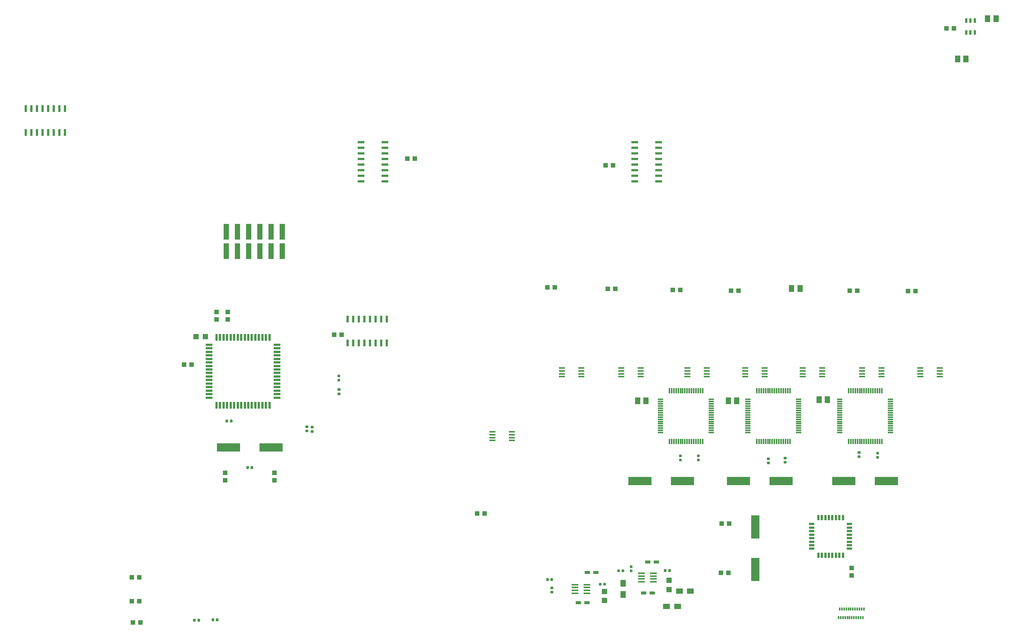
<source format=gbr>
G04 #@! TF.GenerationSoftware,KiCad,Pcbnew,5.0.0*
G04 #@! TF.CreationDate,2018-09-10T20:22:23-07:00*
G04 #@! TF.ProjectId,SchematicAutomation,536368656D617469634175746F6D6174,rev?*
G04 #@! TF.SameCoordinates,Original*
G04 #@! TF.FileFunction,Paste,Top*
G04 #@! TF.FilePolarity,Positive*
%FSLAX45Y45*%
G04 Gerber Fmt 4.5, Leading zero omitted, Abs format (unit mm)*
G04 Created by KiCad (PCBNEW 5.0.0) date Mon Sep 10 20:22:23 2018*
%MOMM*%
%LPD*%
G01*
G04 APERTURE LIST*
%ADD10R,1.280000X3.680000*%
%ADD11R,1.000000X1.100000*%
%ADD12R,1.200000X0.300000*%
%ADD13R,0.300000X1.200000*%
%ADD14R,1.450000X0.450000*%
%ADD15R,1.560000X0.400000*%
%ADD16R,1.200000X0.750000*%
%ADD17R,1.500000X1.250000*%
%ADD18R,1.250000X1.500000*%
%ADD19C,0.150000*%
%ADD20C,0.590000*%
%ADD21R,1.200000X1.200000*%
%ADD22R,1.200000X0.500000*%
%ADD23R,0.500000X1.200000*%
%ADD24R,5.334000X1.930400*%
%ADD25R,1.300000X1.500000*%
%ADD26R,1.100000X1.000000*%
%ADD27R,0.550000X1.500000*%
%ADD28R,1.500000X0.550000*%
%ADD29R,1.930400X5.334000*%
%ADD30R,1.550000X0.600000*%
%ADD31R,0.600000X1.550000*%
%ADD32R,0.550000X1.000000*%
%ADD33R,0.300000X0.700000*%
G04 APERTURE END LIST*
D10*
G04 #@! TO.C,J12*
X9385300Y-8058400D03*
X9639300Y-8058400D03*
X9893300Y-8058400D03*
X10147300Y-8058400D03*
X10401300Y-8058400D03*
X10655300Y-8058400D03*
X9385300Y-8502400D03*
X9639300Y-8502400D03*
X9893300Y-8502400D03*
X10147300Y-8502400D03*
X10401300Y-8502400D03*
X10655300Y-8502400D03*
G04 #@! TD*
D11*
G04 #@! TO.C,C5*
X9169400Y-9884500D03*
X9169400Y-10054500D03*
G04 #@! TD*
D12*
G04 #@! TO.C,U14*
X21218200Y-12617800D03*
X21218200Y-12567800D03*
X21218200Y-12517800D03*
X21218200Y-12467800D03*
X21218200Y-12417800D03*
X21218200Y-12367800D03*
X21218200Y-12317800D03*
X21218200Y-12267800D03*
X21218200Y-12217800D03*
X21218200Y-12167800D03*
X21218200Y-12117800D03*
X21218200Y-12067800D03*
X21218200Y-12017800D03*
X21218200Y-11967800D03*
X21218200Y-11917800D03*
X21218200Y-11867800D03*
D13*
X21418200Y-11667800D03*
X21468200Y-11667800D03*
X21518200Y-11667800D03*
X21568200Y-11667800D03*
X21618200Y-11667800D03*
X21668200Y-11667800D03*
X21718200Y-11667800D03*
X21768200Y-11667800D03*
X21818200Y-11667800D03*
X21868200Y-11667800D03*
X21918200Y-11667800D03*
X21968200Y-11667800D03*
X22018200Y-11667800D03*
X22068200Y-11667800D03*
X22118200Y-11667800D03*
X22168200Y-11667800D03*
D12*
X22368200Y-11867800D03*
X22368200Y-11917800D03*
X22368200Y-11967800D03*
X22368200Y-12017800D03*
X22368200Y-12067800D03*
X22368200Y-12117800D03*
X22368200Y-12167800D03*
X22368200Y-12217800D03*
X22368200Y-12267800D03*
X22368200Y-12317800D03*
X22368200Y-12367800D03*
X22368200Y-12417800D03*
X22368200Y-12467800D03*
X22368200Y-12517800D03*
X22368200Y-12567800D03*
D13*
X22168200Y-12817800D03*
X22118200Y-12817800D03*
X22068200Y-12817800D03*
X22018200Y-12817800D03*
X21968200Y-12817800D03*
X21918200Y-12817800D03*
X21868200Y-12817800D03*
X21818200Y-12817800D03*
X21768200Y-12817800D03*
X21718200Y-12817800D03*
X21668200Y-12817800D03*
X21618200Y-12817800D03*
X21568200Y-12817800D03*
X21518200Y-12817800D03*
X21468200Y-12817800D03*
X21418200Y-12817800D03*
D12*
X22368200Y-12617800D03*
G04 #@! TD*
G04 #@! TO.C,U18*
X19237000Y-12617800D03*
X19237000Y-12567800D03*
X19237000Y-12517800D03*
X19237000Y-12467800D03*
X19237000Y-12417800D03*
X19237000Y-12367800D03*
X19237000Y-12317800D03*
X19237000Y-12267800D03*
X19237000Y-12217800D03*
X19237000Y-12167800D03*
X19237000Y-12117800D03*
X19237000Y-12067800D03*
X19237000Y-12017800D03*
X19237000Y-11967800D03*
X19237000Y-11917800D03*
X19237000Y-11867800D03*
D13*
X19437000Y-11667800D03*
X19487000Y-11667800D03*
X19537000Y-11667800D03*
X19587000Y-11667800D03*
X19637000Y-11667800D03*
X19687000Y-11667800D03*
X19737000Y-11667800D03*
X19787000Y-11667800D03*
X19837000Y-11667800D03*
X19887000Y-11667800D03*
X19937000Y-11667800D03*
X19987000Y-11667800D03*
X20037000Y-11667800D03*
X20087000Y-11667800D03*
X20137000Y-11667800D03*
X20187000Y-11667800D03*
D12*
X20387000Y-11867800D03*
X20387000Y-11917800D03*
X20387000Y-11967800D03*
X20387000Y-12017800D03*
X20387000Y-12067800D03*
X20387000Y-12117800D03*
X20387000Y-12167800D03*
X20387000Y-12217800D03*
X20387000Y-12267800D03*
X20387000Y-12317800D03*
X20387000Y-12367800D03*
X20387000Y-12417800D03*
X20387000Y-12467800D03*
X20387000Y-12517800D03*
X20387000Y-12567800D03*
D13*
X20187000Y-12817800D03*
X20137000Y-12817800D03*
X20087000Y-12817800D03*
X20037000Y-12817800D03*
X19987000Y-12817800D03*
X19937000Y-12817800D03*
X19887000Y-12817800D03*
X19837000Y-12817800D03*
X19787000Y-12817800D03*
X19737000Y-12817800D03*
X19687000Y-12817800D03*
X19637000Y-12817800D03*
X19587000Y-12817800D03*
X19537000Y-12817800D03*
X19487000Y-12817800D03*
X19437000Y-12817800D03*
D12*
X20387000Y-12617800D03*
G04 #@! TD*
D14*
G04 #@! TO.C,U35*
X18787400Y-11154700D03*
X18787400Y-11219700D03*
X18787400Y-11284700D03*
X18787400Y-11349700D03*
X18347400Y-11349700D03*
X18347400Y-11284700D03*
X18347400Y-11219700D03*
X18347400Y-11154700D03*
G04 #@! TD*
D15*
G04 #@! TO.C,U4*
X17295750Y-16265100D03*
X17295750Y-16200100D03*
X17295750Y-16134100D03*
X17295750Y-16069100D03*
X17565750Y-16069100D03*
X17565750Y-16134100D03*
X17565750Y-16200100D03*
X17565750Y-16265100D03*
G04 #@! TD*
G04 #@! TO.C,U5*
X19070700Y-16004750D03*
X19070700Y-15939750D03*
X19070700Y-15873750D03*
X19070700Y-15808750D03*
X18800700Y-15808750D03*
X18800700Y-15873750D03*
X18800700Y-15939750D03*
X18800700Y-16004750D03*
G04 #@! TD*
D16*
G04 #@! TO.C,C11*
X18948650Y-15551150D03*
X19138650Y-15551150D03*
G04 #@! TD*
D17*
G04 #@! TO.C,C53*
X19661600Y-16211550D03*
X19911600Y-16211550D03*
G04 #@! TD*
D16*
G04 #@! TO.C,C17*
X17767300Y-15792450D03*
X17577300Y-15792450D03*
G04 #@! TD*
G04 #@! TO.C,C50*
X17373850Y-16478250D03*
X17563850Y-16478250D03*
G04 #@! TD*
G04 #@! TO.C,C52*
X19043400Y-16256000D03*
X18853400Y-16256000D03*
G04 #@! TD*
D17*
G04 #@! TO.C,C7*
X19373400Y-16560800D03*
X19623400Y-16560800D03*
G04 #@! TD*
D18*
G04 #@! TO.C,C14*
X18389600Y-16042100D03*
X18389600Y-16292100D03*
G04 #@! TD*
D19*
G04 #@! TO.C,R66*
G36*
X18300146Y-15722421D02*
X18301578Y-15722633D01*
X18302982Y-15722985D01*
X18304345Y-15723473D01*
X18305653Y-15724092D01*
X18306895Y-15724836D01*
X18308057Y-15725698D01*
X18309130Y-15726670D01*
X18310102Y-15727743D01*
X18310964Y-15728905D01*
X18311708Y-15730147D01*
X18312327Y-15731455D01*
X18312815Y-15732818D01*
X18313167Y-15734222D01*
X18313379Y-15735654D01*
X18313450Y-15737100D01*
X18313450Y-15771600D01*
X18313379Y-15773046D01*
X18313167Y-15774478D01*
X18312815Y-15775882D01*
X18312327Y-15777245D01*
X18311708Y-15778553D01*
X18310964Y-15779795D01*
X18310102Y-15780957D01*
X18309130Y-15782030D01*
X18308057Y-15783002D01*
X18306895Y-15783864D01*
X18305653Y-15784608D01*
X18304345Y-15785227D01*
X18302982Y-15785715D01*
X18301578Y-15786067D01*
X18300146Y-15786279D01*
X18298700Y-15786350D01*
X18269200Y-15786350D01*
X18267754Y-15786279D01*
X18266322Y-15786067D01*
X18264918Y-15785715D01*
X18263555Y-15785227D01*
X18262247Y-15784608D01*
X18261005Y-15783864D01*
X18259843Y-15783002D01*
X18258770Y-15782030D01*
X18257798Y-15780957D01*
X18256936Y-15779795D01*
X18256192Y-15778553D01*
X18255573Y-15777245D01*
X18255085Y-15775882D01*
X18254733Y-15774478D01*
X18254521Y-15773046D01*
X18254450Y-15771600D01*
X18254450Y-15737100D01*
X18254521Y-15735654D01*
X18254733Y-15734222D01*
X18255085Y-15732818D01*
X18255573Y-15731455D01*
X18256192Y-15730147D01*
X18256936Y-15728905D01*
X18257798Y-15727743D01*
X18258770Y-15726670D01*
X18259843Y-15725698D01*
X18261005Y-15724836D01*
X18262247Y-15724092D01*
X18263555Y-15723473D01*
X18264918Y-15722985D01*
X18266322Y-15722633D01*
X18267754Y-15722421D01*
X18269200Y-15722350D01*
X18298700Y-15722350D01*
X18300146Y-15722421D01*
X18300146Y-15722421D01*
G37*
D20*
X18283950Y-15754350D03*
D19*
G36*
X18397146Y-15722421D02*
X18398578Y-15722633D01*
X18399982Y-15722985D01*
X18401345Y-15723473D01*
X18402653Y-15724092D01*
X18403895Y-15724836D01*
X18405057Y-15725698D01*
X18406130Y-15726670D01*
X18407102Y-15727743D01*
X18407964Y-15728905D01*
X18408708Y-15730147D01*
X18409327Y-15731455D01*
X18409815Y-15732818D01*
X18410167Y-15734222D01*
X18410379Y-15735654D01*
X18410450Y-15737100D01*
X18410450Y-15771600D01*
X18410379Y-15773046D01*
X18410167Y-15774478D01*
X18409815Y-15775882D01*
X18409327Y-15777245D01*
X18408708Y-15778553D01*
X18407964Y-15779795D01*
X18407102Y-15780957D01*
X18406130Y-15782030D01*
X18405057Y-15783002D01*
X18403895Y-15783864D01*
X18402653Y-15784608D01*
X18401345Y-15785227D01*
X18399982Y-15785715D01*
X18398578Y-15786067D01*
X18397146Y-15786279D01*
X18395700Y-15786350D01*
X18366200Y-15786350D01*
X18364754Y-15786279D01*
X18363322Y-15786067D01*
X18361918Y-15785715D01*
X18360555Y-15785227D01*
X18359247Y-15784608D01*
X18358005Y-15783864D01*
X18356843Y-15783002D01*
X18355770Y-15782030D01*
X18354798Y-15780957D01*
X18353936Y-15779795D01*
X18353192Y-15778553D01*
X18352573Y-15777245D01*
X18352085Y-15775882D01*
X18351733Y-15774478D01*
X18351521Y-15773046D01*
X18351450Y-15771600D01*
X18351450Y-15737100D01*
X18351521Y-15735654D01*
X18351733Y-15734222D01*
X18352085Y-15732818D01*
X18352573Y-15731455D01*
X18353192Y-15730147D01*
X18353936Y-15728905D01*
X18354798Y-15727743D01*
X18355770Y-15726670D01*
X18356843Y-15725698D01*
X18358005Y-15724836D01*
X18359247Y-15724092D01*
X18360555Y-15723473D01*
X18361918Y-15722985D01*
X18363322Y-15722633D01*
X18364754Y-15722421D01*
X18366200Y-15722350D01*
X18395700Y-15722350D01*
X18397146Y-15722421D01*
X18397146Y-15722421D01*
G37*
D20*
X18380950Y-15754350D03*
G04 #@! TD*
D19*
G04 #@! TO.C,R65*
G36*
X18586096Y-15631971D02*
X18587528Y-15632183D01*
X18588932Y-15632535D01*
X18590295Y-15633023D01*
X18591603Y-15633642D01*
X18592845Y-15634386D01*
X18594007Y-15635248D01*
X18595080Y-15636220D01*
X18596052Y-15637293D01*
X18596914Y-15638455D01*
X18597658Y-15639697D01*
X18598277Y-15641005D01*
X18598765Y-15642368D01*
X18599117Y-15643772D01*
X18599329Y-15645204D01*
X18599400Y-15646650D01*
X18599400Y-15676150D01*
X18599329Y-15677596D01*
X18599117Y-15679028D01*
X18598765Y-15680432D01*
X18598277Y-15681795D01*
X18597658Y-15683103D01*
X18596914Y-15684345D01*
X18596052Y-15685507D01*
X18595080Y-15686580D01*
X18594007Y-15687552D01*
X18592845Y-15688414D01*
X18591603Y-15689158D01*
X18590295Y-15689777D01*
X18588932Y-15690265D01*
X18587528Y-15690617D01*
X18586096Y-15690829D01*
X18584650Y-15690900D01*
X18550150Y-15690900D01*
X18548704Y-15690829D01*
X18547272Y-15690617D01*
X18545868Y-15690265D01*
X18544505Y-15689777D01*
X18543197Y-15689158D01*
X18541955Y-15688414D01*
X18540793Y-15687552D01*
X18539720Y-15686580D01*
X18538748Y-15685507D01*
X18537886Y-15684345D01*
X18537142Y-15683103D01*
X18536523Y-15681795D01*
X18536035Y-15680432D01*
X18535683Y-15679028D01*
X18535471Y-15677596D01*
X18535400Y-15676150D01*
X18535400Y-15646650D01*
X18535471Y-15645204D01*
X18535683Y-15643772D01*
X18536035Y-15642368D01*
X18536523Y-15641005D01*
X18537142Y-15639697D01*
X18537886Y-15638455D01*
X18538748Y-15637293D01*
X18539720Y-15636220D01*
X18540793Y-15635248D01*
X18541955Y-15634386D01*
X18543197Y-15633642D01*
X18544505Y-15633023D01*
X18545868Y-15632535D01*
X18547272Y-15632183D01*
X18548704Y-15631971D01*
X18550150Y-15631900D01*
X18584650Y-15631900D01*
X18586096Y-15631971D01*
X18586096Y-15631971D01*
G37*
D20*
X18567400Y-15661400D03*
D19*
G36*
X18586096Y-15728971D02*
X18587528Y-15729183D01*
X18588932Y-15729535D01*
X18590295Y-15730023D01*
X18591603Y-15730642D01*
X18592845Y-15731386D01*
X18594007Y-15732248D01*
X18595080Y-15733220D01*
X18596052Y-15734293D01*
X18596914Y-15735455D01*
X18597658Y-15736697D01*
X18598277Y-15738005D01*
X18598765Y-15739368D01*
X18599117Y-15740772D01*
X18599329Y-15742204D01*
X18599400Y-15743650D01*
X18599400Y-15773150D01*
X18599329Y-15774596D01*
X18599117Y-15776028D01*
X18598765Y-15777432D01*
X18598277Y-15778795D01*
X18597658Y-15780103D01*
X18596914Y-15781345D01*
X18596052Y-15782507D01*
X18595080Y-15783580D01*
X18594007Y-15784552D01*
X18592845Y-15785414D01*
X18591603Y-15786158D01*
X18590295Y-15786777D01*
X18588932Y-15787265D01*
X18587528Y-15787617D01*
X18586096Y-15787829D01*
X18584650Y-15787900D01*
X18550150Y-15787900D01*
X18548704Y-15787829D01*
X18547272Y-15787617D01*
X18545868Y-15787265D01*
X18544505Y-15786777D01*
X18543197Y-15786158D01*
X18541955Y-15785414D01*
X18540793Y-15784552D01*
X18539720Y-15783580D01*
X18538748Y-15782507D01*
X18537886Y-15781345D01*
X18537142Y-15780103D01*
X18536523Y-15778795D01*
X18536035Y-15777432D01*
X18535683Y-15776028D01*
X18535471Y-15774596D01*
X18535400Y-15773150D01*
X18535400Y-15743650D01*
X18535471Y-15742204D01*
X18535683Y-15740772D01*
X18536035Y-15739368D01*
X18536523Y-15738005D01*
X18537142Y-15736697D01*
X18537886Y-15735455D01*
X18538748Y-15734293D01*
X18539720Y-15733220D01*
X18540793Y-15732248D01*
X18541955Y-15731386D01*
X18543197Y-15730642D01*
X18544505Y-15730023D01*
X18545868Y-15729535D01*
X18547272Y-15729183D01*
X18548704Y-15728971D01*
X18550150Y-15728900D01*
X18584650Y-15728900D01*
X18586096Y-15728971D01*
X18586096Y-15728971D01*
G37*
D20*
X18567400Y-15758400D03*
G04 #@! TD*
D19*
G04 #@! TO.C,R64*
G36*
X19455296Y-15716071D02*
X19456728Y-15716283D01*
X19458132Y-15716635D01*
X19459495Y-15717123D01*
X19460803Y-15717742D01*
X19462045Y-15718486D01*
X19463207Y-15719348D01*
X19464280Y-15720320D01*
X19465252Y-15721393D01*
X19466114Y-15722555D01*
X19466858Y-15723797D01*
X19467477Y-15725105D01*
X19467965Y-15726468D01*
X19468317Y-15727872D01*
X19468529Y-15729304D01*
X19468600Y-15730750D01*
X19468600Y-15765250D01*
X19468529Y-15766696D01*
X19468317Y-15768128D01*
X19467965Y-15769532D01*
X19467477Y-15770895D01*
X19466858Y-15772203D01*
X19466114Y-15773445D01*
X19465252Y-15774607D01*
X19464280Y-15775680D01*
X19463207Y-15776652D01*
X19462045Y-15777514D01*
X19460803Y-15778258D01*
X19459495Y-15778877D01*
X19458132Y-15779365D01*
X19456728Y-15779717D01*
X19455296Y-15779929D01*
X19453850Y-15780000D01*
X19424350Y-15780000D01*
X19422904Y-15779929D01*
X19421472Y-15779717D01*
X19420068Y-15779365D01*
X19418705Y-15778877D01*
X19417397Y-15778258D01*
X19416155Y-15777514D01*
X19414993Y-15776652D01*
X19413920Y-15775680D01*
X19412948Y-15774607D01*
X19412086Y-15773445D01*
X19411342Y-15772203D01*
X19410723Y-15770895D01*
X19410235Y-15769532D01*
X19409883Y-15768128D01*
X19409671Y-15766696D01*
X19409600Y-15765250D01*
X19409600Y-15730750D01*
X19409671Y-15729304D01*
X19409883Y-15727872D01*
X19410235Y-15726468D01*
X19410723Y-15725105D01*
X19411342Y-15723797D01*
X19412086Y-15722555D01*
X19412948Y-15721393D01*
X19413920Y-15720320D01*
X19414993Y-15719348D01*
X19416155Y-15718486D01*
X19417397Y-15717742D01*
X19418705Y-15717123D01*
X19420068Y-15716635D01*
X19421472Y-15716283D01*
X19422904Y-15716071D01*
X19424350Y-15716000D01*
X19453850Y-15716000D01*
X19455296Y-15716071D01*
X19455296Y-15716071D01*
G37*
D20*
X19439100Y-15748000D03*
D19*
G36*
X19358296Y-15716071D02*
X19359728Y-15716283D01*
X19361132Y-15716635D01*
X19362495Y-15717123D01*
X19363803Y-15717742D01*
X19365045Y-15718486D01*
X19366207Y-15719348D01*
X19367280Y-15720320D01*
X19368252Y-15721393D01*
X19369114Y-15722555D01*
X19369858Y-15723797D01*
X19370477Y-15725105D01*
X19370965Y-15726468D01*
X19371317Y-15727872D01*
X19371529Y-15729304D01*
X19371600Y-15730750D01*
X19371600Y-15765250D01*
X19371529Y-15766696D01*
X19371317Y-15768128D01*
X19370965Y-15769532D01*
X19370477Y-15770895D01*
X19369858Y-15772203D01*
X19369114Y-15773445D01*
X19368252Y-15774607D01*
X19367280Y-15775680D01*
X19366207Y-15776652D01*
X19365045Y-15777514D01*
X19363803Y-15778258D01*
X19362495Y-15778877D01*
X19361132Y-15779365D01*
X19359728Y-15779717D01*
X19358296Y-15779929D01*
X19356850Y-15780000D01*
X19327350Y-15780000D01*
X19325904Y-15779929D01*
X19324472Y-15779717D01*
X19323068Y-15779365D01*
X19321705Y-15778877D01*
X19320397Y-15778258D01*
X19319155Y-15777514D01*
X19317993Y-15776652D01*
X19316920Y-15775680D01*
X19315948Y-15774607D01*
X19315086Y-15773445D01*
X19314342Y-15772203D01*
X19313723Y-15770895D01*
X19313235Y-15769532D01*
X19312883Y-15768128D01*
X19312671Y-15766696D01*
X19312600Y-15765250D01*
X19312600Y-15730750D01*
X19312671Y-15729304D01*
X19312883Y-15727872D01*
X19313235Y-15726468D01*
X19313723Y-15725105D01*
X19314342Y-15723797D01*
X19315086Y-15722555D01*
X19315948Y-15721393D01*
X19316920Y-15720320D01*
X19317993Y-15719348D01*
X19319155Y-15718486D01*
X19320397Y-15717742D01*
X19321705Y-15717123D01*
X19323068Y-15716635D01*
X19324472Y-15716283D01*
X19325904Y-15716071D01*
X19327350Y-15716000D01*
X19356850Y-15716000D01*
X19358296Y-15716071D01*
X19358296Y-15716071D01*
G37*
D20*
X19342100Y-15748000D03*
G04 #@! TD*
D19*
G04 #@! TO.C,R60*
G36*
X17883346Y-16027221D02*
X17884778Y-16027433D01*
X17886182Y-16027785D01*
X17887545Y-16028273D01*
X17888853Y-16028892D01*
X17890095Y-16029636D01*
X17891257Y-16030498D01*
X17892330Y-16031470D01*
X17893302Y-16032543D01*
X17894164Y-16033705D01*
X17894908Y-16034947D01*
X17895527Y-16036255D01*
X17896015Y-16037618D01*
X17896367Y-16039022D01*
X17896579Y-16040454D01*
X17896650Y-16041900D01*
X17896650Y-16076400D01*
X17896579Y-16077846D01*
X17896367Y-16079278D01*
X17896015Y-16080682D01*
X17895527Y-16082045D01*
X17894908Y-16083353D01*
X17894164Y-16084595D01*
X17893302Y-16085757D01*
X17892330Y-16086830D01*
X17891257Y-16087802D01*
X17890095Y-16088664D01*
X17888853Y-16089408D01*
X17887545Y-16090027D01*
X17886182Y-16090515D01*
X17884778Y-16090867D01*
X17883346Y-16091079D01*
X17881900Y-16091150D01*
X17852400Y-16091150D01*
X17850954Y-16091079D01*
X17849522Y-16090867D01*
X17848118Y-16090515D01*
X17846755Y-16090027D01*
X17845447Y-16089408D01*
X17844205Y-16088664D01*
X17843043Y-16087802D01*
X17841970Y-16086830D01*
X17840998Y-16085757D01*
X17840136Y-16084595D01*
X17839392Y-16083353D01*
X17838773Y-16082045D01*
X17838285Y-16080682D01*
X17837933Y-16079278D01*
X17837721Y-16077846D01*
X17837650Y-16076400D01*
X17837650Y-16041900D01*
X17837721Y-16040454D01*
X17837933Y-16039022D01*
X17838285Y-16037618D01*
X17838773Y-16036255D01*
X17839392Y-16034947D01*
X17840136Y-16033705D01*
X17840998Y-16032543D01*
X17841970Y-16031470D01*
X17843043Y-16030498D01*
X17844205Y-16029636D01*
X17845447Y-16028892D01*
X17846755Y-16028273D01*
X17848118Y-16027785D01*
X17849522Y-16027433D01*
X17850954Y-16027221D01*
X17852400Y-16027150D01*
X17881900Y-16027150D01*
X17883346Y-16027221D01*
X17883346Y-16027221D01*
G37*
D20*
X17867150Y-16059150D03*
D19*
G36*
X17980346Y-16027221D02*
X17981778Y-16027433D01*
X17983182Y-16027785D01*
X17984545Y-16028273D01*
X17985853Y-16028892D01*
X17987095Y-16029636D01*
X17988257Y-16030498D01*
X17989330Y-16031470D01*
X17990302Y-16032543D01*
X17991164Y-16033705D01*
X17991908Y-16034947D01*
X17992527Y-16036255D01*
X17993015Y-16037618D01*
X17993367Y-16039022D01*
X17993579Y-16040454D01*
X17993650Y-16041900D01*
X17993650Y-16076400D01*
X17993579Y-16077846D01*
X17993367Y-16079278D01*
X17993015Y-16080682D01*
X17992527Y-16082045D01*
X17991908Y-16083353D01*
X17991164Y-16084595D01*
X17990302Y-16085757D01*
X17989330Y-16086830D01*
X17988257Y-16087802D01*
X17987095Y-16088664D01*
X17985853Y-16089408D01*
X17984545Y-16090027D01*
X17983182Y-16090515D01*
X17981778Y-16090867D01*
X17980346Y-16091079D01*
X17978900Y-16091150D01*
X17949400Y-16091150D01*
X17947954Y-16091079D01*
X17946522Y-16090867D01*
X17945118Y-16090515D01*
X17943755Y-16090027D01*
X17942447Y-16089408D01*
X17941205Y-16088664D01*
X17940043Y-16087802D01*
X17938970Y-16086830D01*
X17937998Y-16085757D01*
X17937136Y-16084595D01*
X17936392Y-16083353D01*
X17935773Y-16082045D01*
X17935285Y-16080682D01*
X17934933Y-16079278D01*
X17934721Y-16077846D01*
X17934650Y-16076400D01*
X17934650Y-16041900D01*
X17934721Y-16040454D01*
X17934933Y-16039022D01*
X17935285Y-16037618D01*
X17935773Y-16036255D01*
X17936392Y-16034947D01*
X17937136Y-16033705D01*
X17937998Y-16032543D01*
X17938970Y-16031470D01*
X17940043Y-16030498D01*
X17941205Y-16029636D01*
X17942447Y-16028892D01*
X17943755Y-16028273D01*
X17945118Y-16027785D01*
X17946522Y-16027433D01*
X17947954Y-16027221D01*
X17949400Y-16027150D01*
X17978900Y-16027150D01*
X17980346Y-16027221D01*
X17980346Y-16027221D01*
G37*
D20*
X17964150Y-16059150D03*
G04 #@! TD*
D19*
G04 #@! TO.C,R62*
G36*
X16789046Y-16211571D02*
X16790478Y-16211783D01*
X16791882Y-16212135D01*
X16793245Y-16212623D01*
X16794553Y-16213242D01*
X16795795Y-16213986D01*
X16796957Y-16214848D01*
X16798030Y-16215820D01*
X16799002Y-16216893D01*
X16799864Y-16218055D01*
X16800608Y-16219297D01*
X16801227Y-16220605D01*
X16801715Y-16221968D01*
X16802067Y-16223372D01*
X16802279Y-16224804D01*
X16802350Y-16226250D01*
X16802350Y-16255750D01*
X16802279Y-16257196D01*
X16802067Y-16258628D01*
X16801715Y-16260032D01*
X16801227Y-16261395D01*
X16800608Y-16262703D01*
X16799864Y-16263945D01*
X16799002Y-16265107D01*
X16798030Y-16266180D01*
X16796957Y-16267152D01*
X16795795Y-16268014D01*
X16794553Y-16268758D01*
X16793245Y-16269377D01*
X16791882Y-16269865D01*
X16790478Y-16270217D01*
X16789046Y-16270429D01*
X16787600Y-16270500D01*
X16753100Y-16270500D01*
X16751654Y-16270429D01*
X16750222Y-16270217D01*
X16748818Y-16269865D01*
X16747455Y-16269377D01*
X16746147Y-16268758D01*
X16744905Y-16268014D01*
X16743743Y-16267152D01*
X16742670Y-16266180D01*
X16741698Y-16265107D01*
X16740836Y-16263945D01*
X16740092Y-16262703D01*
X16739473Y-16261395D01*
X16738985Y-16260032D01*
X16738633Y-16258628D01*
X16738421Y-16257196D01*
X16738350Y-16255750D01*
X16738350Y-16226250D01*
X16738421Y-16224804D01*
X16738633Y-16223372D01*
X16738985Y-16221968D01*
X16739473Y-16220605D01*
X16740092Y-16219297D01*
X16740836Y-16218055D01*
X16741698Y-16216893D01*
X16742670Y-16215820D01*
X16743743Y-16214848D01*
X16744905Y-16213986D01*
X16746147Y-16213242D01*
X16747455Y-16212623D01*
X16748818Y-16212135D01*
X16750222Y-16211783D01*
X16751654Y-16211571D01*
X16753100Y-16211500D01*
X16787600Y-16211500D01*
X16789046Y-16211571D01*
X16789046Y-16211571D01*
G37*
D20*
X16770350Y-16241000D03*
D19*
G36*
X16789046Y-16114571D02*
X16790478Y-16114783D01*
X16791882Y-16115135D01*
X16793245Y-16115623D01*
X16794553Y-16116242D01*
X16795795Y-16116986D01*
X16796957Y-16117848D01*
X16798030Y-16118820D01*
X16799002Y-16119893D01*
X16799864Y-16121055D01*
X16800608Y-16122297D01*
X16801227Y-16123605D01*
X16801715Y-16124968D01*
X16802067Y-16126372D01*
X16802279Y-16127804D01*
X16802350Y-16129250D01*
X16802350Y-16158750D01*
X16802279Y-16160196D01*
X16802067Y-16161628D01*
X16801715Y-16163032D01*
X16801227Y-16164395D01*
X16800608Y-16165703D01*
X16799864Y-16166945D01*
X16799002Y-16168107D01*
X16798030Y-16169180D01*
X16796957Y-16170152D01*
X16795795Y-16171014D01*
X16794553Y-16171758D01*
X16793245Y-16172377D01*
X16791882Y-16172865D01*
X16790478Y-16173217D01*
X16789046Y-16173429D01*
X16787600Y-16173500D01*
X16753100Y-16173500D01*
X16751654Y-16173429D01*
X16750222Y-16173217D01*
X16748818Y-16172865D01*
X16747455Y-16172377D01*
X16746147Y-16171758D01*
X16744905Y-16171014D01*
X16743743Y-16170152D01*
X16742670Y-16169180D01*
X16741698Y-16168107D01*
X16740836Y-16166945D01*
X16740092Y-16165703D01*
X16739473Y-16164395D01*
X16738985Y-16163032D01*
X16738633Y-16161628D01*
X16738421Y-16160196D01*
X16738350Y-16158750D01*
X16738350Y-16129250D01*
X16738421Y-16127804D01*
X16738633Y-16126372D01*
X16738985Y-16124968D01*
X16739473Y-16123605D01*
X16740092Y-16122297D01*
X16740836Y-16121055D01*
X16741698Y-16119893D01*
X16742670Y-16118820D01*
X16743743Y-16117848D01*
X16744905Y-16116986D01*
X16746147Y-16116242D01*
X16747455Y-16115623D01*
X16748818Y-16115135D01*
X16750222Y-16114783D01*
X16751654Y-16114571D01*
X16753100Y-16114500D01*
X16787600Y-16114500D01*
X16789046Y-16114571D01*
X16789046Y-16114571D01*
G37*
D20*
X16770350Y-16144000D03*
G04 #@! TD*
D19*
G04 #@! TO.C,R61*
G36*
X16687246Y-15919271D02*
X16688678Y-15919483D01*
X16690082Y-15919835D01*
X16691445Y-15920323D01*
X16692753Y-15920942D01*
X16693995Y-15921686D01*
X16695157Y-15922548D01*
X16696230Y-15923520D01*
X16697202Y-15924593D01*
X16698064Y-15925755D01*
X16698808Y-15926997D01*
X16699427Y-15928305D01*
X16699915Y-15929668D01*
X16700267Y-15931072D01*
X16700479Y-15932504D01*
X16700550Y-15933950D01*
X16700550Y-15968450D01*
X16700479Y-15969896D01*
X16700267Y-15971328D01*
X16699915Y-15972732D01*
X16699427Y-15974095D01*
X16698808Y-15975403D01*
X16698064Y-15976645D01*
X16697202Y-15977807D01*
X16696230Y-15978880D01*
X16695157Y-15979852D01*
X16693995Y-15980714D01*
X16692753Y-15981458D01*
X16691445Y-15982077D01*
X16690082Y-15982565D01*
X16688678Y-15982917D01*
X16687246Y-15983129D01*
X16685800Y-15983200D01*
X16656300Y-15983200D01*
X16654854Y-15983129D01*
X16653422Y-15982917D01*
X16652018Y-15982565D01*
X16650655Y-15982077D01*
X16649347Y-15981458D01*
X16648105Y-15980714D01*
X16646943Y-15979852D01*
X16645870Y-15978880D01*
X16644898Y-15977807D01*
X16644036Y-15976645D01*
X16643292Y-15975403D01*
X16642673Y-15974095D01*
X16642185Y-15972732D01*
X16641833Y-15971328D01*
X16641621Y-15969896D01*
X16641550Y-15968450D01*
X16641550Y-15933950D01*
X16641621Y-15932504D01*
X16641833Y-15931072D01*
X16642185Y-15929668D01*
X16642673Y-15928305D01*
X16643292Y-15926997D01*
X16644036Y-15925755D01*
X16644898Y-15924593D01*
X16645870Y-15923520D01*
X16646943Y-15922548D01*
X16648105Y-15921686D01*
X16649347Y-15920942D01*
X16650655Y-15920323D01*
X16652018Y-15919835D01*
X16653422Y-15919483D01*
X16654854Y-15919271D01*
X16656300Y-15919200D01*
X16685800Y-15919200D01*
X16687246Y-15919271D01*
X16687246Y-15919271D01*
G37*
D20*
X16671050Y-15951200D03*
D19*
G36*
X16784246Y-15919271D02*
X16785678Y-15919483D01*
X16787082Y-15919835D01*
X16788445Y-15920323D01*
X16789753Y-15920942D01*
X16790995Y-15921686D01*
X16792157Y-15922548D01*
X16793230Y-15923520D01*
X16794202Y-15924593D01*
X16795064Y-15925755D01*
X16795808Y-15926997D01*
X16796427Y-15928305D01*
X16796915Y-15929668D01*
X16797267Y-15931072D01*
X16797479Y-15932504D01*
X16797550Y-15933950D01*
X16797550Y-15968450D01*
X16797479Y-15969896D01*
X16797267Y-15971328D01*
X16796915Y-15972732D01*
X16796427Y-15974095D01*
X16795808Y-15975403D01*
X16795064Y-15976645D01*
X16794202Y-15977807D01*
X16793230Y-15978880D01*
X16792157Y-15979852D01*
X16790995Y-15980714D01*
X16789753Y-15981458D01*
X16788445Y-15982077D01*
X16787082Y-15982565D01*
X16785678Y-15982917D01*
X16784246Y-15983129D01*
X16782800Y-15983200D01*
X16753300Y-15983200D01*
X16751854Y-15983129D01*
X16750422Y-15982917D01*
X16749018Y-15982565D01*
X16747655Y-15982077D01*
X16746347Y-15981458D01*
X16745105Y-15980714D01*
X16743943Y-15979852D01*
X16742870Y-15978880D01*
X16741898Y-15977807D01*
X16741036Y-15976645D01*
X16740292Y-15975403D01*
X16739673Y-15974095D01*
X16739185Y-15972732D01*
X16738833Y-15971328D01*
X16738621Y-15969896D01*
X16738550Y-15968450D01*
X16738550Y-15933950D01*
X16738621Y-15932504D01*
X16738833Y-15931072D01*
X16739185Y-15929668D01*
X16739673Y-15928305D01*
X16740292Y-15926997D01*
X16741036Y-15925755D01*
X16741898Y-15924593D01*
X16742870Y-15923520D01*
X16743943Y-15922548D01*
X16745105Y-15921686D01*
X16746347Y-15920942D01*
X16747655Y-15920323D01*
X16749018Y-15919835D01*
X16750422Y-15919483D01*
X16751854Y-15919271D01*
X16753300Y-15919200D01*
X16782800Y-15919200D01*
X16784246Y-15919271D01*
X16784246Y-15919271D01*
G37*
D20*
X16768050Y-15951200D03*
G04 #@! TD*
D21*
G04 #@! TO.C,L1*
X8912300Y-10439400D03*
X8702300Y-10439400D03*
G04 #@! TD*
G04 #@! TO.C,L8*
X17964150Y-16220850D03*
X17964150Y-16430850D03*
G04 #@! TD*
G04 #@! TO.C,L9*
X19431000Y-16183200D03*
X19431000Y-15973200D03*
G04 #@! TD*
D14*
G04 #@! TO.C,U33*
X20286000Y-11154700D03*
X20286000Y-11219700D03*
X20286000Y-11284700D03*
X20286000Y-11349700D03*
X19846000Y-11349700D03*
X19846000Y-11284700D03*
X19846000Y-11219700D03*
X19846000Y-11154700D03*
G04 #@! TD*
G04 #@! TO.C,U36*
X24248400Y-11154700D03*
X24248400Y-11219700D03*
X24248400Y-11284700D03*
X24248400Y-11349700D03*
X23808400Y-11349700D03*
X23808400Y-11284700D03*
X23808400Y-11219700D03*
X23808400Y-11154700D03*
G04 #@! TD*
G04 #@! TO.C,U37*
X25569200Y-11154700D03*
X25569200Y-11219700D03*
X25569200Y-11284700D03*
X25569200Y-11349700D03*
X25129200Y-11349700D03*
X25129200Y-11284700D03*
X25129200Y-11219700D03*
X25129200Y-11154700D03*
G04 #@! TD*
G04 #@! TO.C,U32*
X15426400Y-12797500D03*
X15426400Y-12732500D03*
X15426400Y-12667500D03*
X15426400Y-12602500D03*
X15866400Y-12602500D03*
X15866400Y-12667500D03*
X15866400Y-12732500D03*
X15866400Y-12797500D03*
G04 #@! TD*
G04 #@! TO.C,U30*
X22902200Y-11154700D03*
X22902200Y-11219700D03*
X22902200Y-11284700D03*
X22902200Y-11349700D03*
X22462200Y-11349700D03*
X22462200Y-11284700D03*
X22462200Y-11219700D03*
X22462200Y-11154700D03*
G04 #@! TD*
G04 #@! TO.C,U31*
X21598200Y-11154700D03*
X21598200Y-11219700D03*
X21598200Y-11284700D03*
X21598200Y-11349700D03*
X21158200Y-11349700D03*
X21158200Y-11284700D03*
X21158200Y-11219700D03*
X21158200Y-11154700D03*
G04 #@! TD*
G04 #@! TO.C,U34*
X17441200Y-11154700D03*
X17441200Y-11219700D03*
X17441200Y-11284700D03*
X17441200Y-11349700D03*
X17001200Y-11349700D03*
X17001200Y-11284700D03*
X17001200Y-11219700D03*
X17001200Y-11154700D03*
G04 #@! TD*
D22*
G04 #@! TO.C,IC1*
X22666900Y-15254500D03*
X22666900Y-15174500D03*
X22666900Y-15094500D03*
X22666900Y-15014500D03*
X22666900Y-14934500D03*
X22666900Y-14854500D03*
X22666900Y-14774500D03*
D23*
X22811900Y-14549500D03*
X22891900Y-14549500D03*
X22971900Y-14549500D03*
X23051900Y-14549500D03*
X23131900Y-14549500D03*
X23211900Y-14549500D03*
X23291900Y-14549500D03*
D22*
X23516900Y-14694500D03*
X23516900Y-14774500D03*
X23516900Y-14854500D03*
X23516900Y-14934500D03*
X23516900Y-15014500D03*
X23516900Y-15094500D03*
X23516900Y-15174500D03*
D23*
X23371900Y-15399500D03*
X23291900Y-15399500D03*
X23211900Y-15399500D03*
X23131900Y-15399500D03*
X23051900Y-15399500D03*
X22971900Y-15399500D03*
X22891900Y-15399500D03*
X22811900Y-15399500D03*
D22*
X23516900Y-15254500D03*
D23*
X23371900Y-14549500D03*
D22*
X22666900Y-14694500D03*
G04 #@! TD*
D24*
G04 #@! TO.C,Y4*
X18770600Y-13716000D03*
X19735800Y-13716000D03*
G04 #@! TD*
D25*
G04 #@! TO.C,C45*
X20961100Y-11899900D03*
X20771100Y-11899900D03*
G04 #@! TD*
D26*
G04 #@! TO.C,C48*
X20607200Y-15798800D03*
X20777200Y-15798800D03*
G04 #@! TD*
G04 #@! TO.C,C49*
X20794800Y-14681200D03*
X20624800Y-14681200D03*
G04 #@! TD*
G04 #@! TO.C,C24*
X23698200Y-9398000D03*
X23528200Y-9398000D03*
G04 #@! TD*
D11*
G04 #@! TO.C,C3*
X9423400Y-10054500D03*
X9423400Y-9884500D03*
G04 #@! TD*
D26*
G04 #@! TO.C,C4*
X8597900Y-11074400D03*
X8427900Y-11074400D03*
G04 #@! TD*
G04 #@! TO.C,C29*
X11829823Y-10401300D03*
X11999823Y-10401300D03*
G04 #@! TD*
D11*
G04 #@! TO.C,C2*
X9359900Y-13699400D03*
X9359900Y-13529400D03*
G04 #@! TD*
D26*
G04 #@! TO.C,C26*
X13661300Y-6400800D03*
X13491300Y-6400800D03*
G04 #@! TD*
G04 #@! TO.C,C6*
X7416800Y-15900400D03*
X7246800Y-15900400D03*
G04 #@! TD*
G04 #@! TO.C,C22*
X25015100Y-9410700D03*
X24845100Y-9410700D03*
G04 #@! TD*
G04 #@! TO.C,C21*
X17987100Y-6553200D03*
X18157100Y-6553200D03*
G04 #@! TD*
G04 #@! TO.C,C20*
X21001900Y-9398000D03*
X20831900Y-9398000D03*
G04 #@! TD*
G04 #@! TO.C,C16*
X19681100Y-9385300D03*
X19511100Y-9385300D03*
G04 #@! TD*
G04 #@! TO.C,C15*
X15078800Y-14452600D03*
X15248800Y-14452600D03*
G04 #@! TD*
G04 #@! TO.C,C13*
X25721400Y-3450500D03*
X25891400Y-3450500D03*
G04 #@! TD*
G04 #@! TO.C,C12*
X7412900Y-16446500D03*
X7242900Y-16446500D03*
G04 #@! TD*
D11*
G04 #@! TO.C,C1*
X10477500Y-13529400D03*
X10477500Y-13699400D03*
G04 #@! TD*
G04 #@! TO.C,C10*
X23571200Y-15858400D03*
X23571200Y-15688400D03*
G04 #@! TD*
D26*
G04 #@! TO.C,C9*
X18207900Y-9359900D03*
X18037900Y-9359900D03*
G04 #@! TD*
G04 #@! TO.C,C8*
X7440523Y-16929100D03*
X7270523Y-16929100D03*
G04 #@! TD*
G04 #@! TO.C,C18*
X16836300Y-9321800D03*
X16666300Y-9321800D03*
G04 #@! TD*
D25*
G04 #@! TO.C,C47*
X18903700Y-11899900D03*
X18713700Y-11899900D03*
G04 #@! TD*
G04 #@! TO.C,C46*
X23018500Y-11874500D03*
X22828500Y-11874500D03*
G04 #@! TD*
G04 #@! TO.C,C28*
X22206200Y-9347200D03*
X22396200Y-9347200D03*
G04 #@! TD*
G04 #@! TO.C,C31*
X26161500Y-4140200D03*
X25971500Y-4140200D03*
G04 #@! TD*
G04 #@! TO.C,C30*
X26651200Y-3225800D03*
X26841200Y-3225800D03*
G04 #@! TD*
D27*
G04 #@! TO.C,U3*
X9166300Y-10456800D03*
X9246300Y-10456800D03*
X9326300Y-10456800D03*
X9406300Y-10456800D03*
X9486300Y-10456800D03*
X9566300Y-10456800D03*
X9646300Y-10456800D03*
X9726300Y-10456800D03*
X9806300Y-10456800D03*
X9886300Y-10456800D03*
X9966300Y-10456800D03*
X10046300Y-10456800D03*
X10126300Y-10456800D03*
X10206300Y-10456800D03*
X10286300Y-10456800D03*
X10366300Y-10456800D03*
D28*
X10536300Y-10626800D03*
X10536300Y-10706800D03*
X10536300Y-10786800D03*
X10536300Y-10866800D03*
X10536300Y-10946800D03*
X10536300Y-11026800D03*
X10536300Y-11106800D03*
X10536300Y-11186800D03*
X10536300Y-11266800D03*
X10536300Y-11346800D03*
X10536300Y-11426800D03*
X10536300Y-11506800D03*
X10536300Y-11586800D03*
X10536300Y-11666800D03*
X10536300Y-11746800D03*
X10536300Y-11826800D03*
D27*
X10366300Y-11996800D03*
X10286300Y-11996800D03*
X10206300Y-11996800D03*
X10126300Y-11996800D03*
X10046300Y-11996800D03*
X9966300Y-11996800D03*
X9886300Y-11996800D03*
X9806300Y-11996800D03*
X9726300Y-11996800D03*
X9646300Y-11996800D03*
X9566300Y-11996800D03*
X9486300Y-11996800D03*
X9406300Y-11996800D03*
X9326300Y-11996800D03*
X9246300Y-11996800D03*
X9166300Y-11996800D03*
D28*
X8996300Y-11826800D03*
X8996300Y-11746800D03*
X8996300Y-11666800D03*
X8996300Y-11586800D03*
X8996300Y-11506800D03*
X8996300Y-11426800D03*
X8996300Y-11346800D03*
X8996300Y-11266800D03*
X8996300Y-11186800D03*
X8996300Y-11106800D03*
X8996300Y-11026800D03*
X8996300Y-10946800D03*
X8996300Y-10866800D03*
X8996300Y-10786800D03*
X8996300Y-10706800D03*
X8996300Y-10626800D03*
G04 #@! TD*
D19*
G04 #@! TO.C,R176*
G36*
X11958919Y-11303571D02*
X11960351Y-11303783D01*
X11961755Y-11304135D01*
X11963118Y-11304623D01*
X11964426Y-11305242D01*
X11965668Y-11305986D01*
X11966830Y-11306848D01*
X11967903Y-11307820D01*
X11968875Y-11308893D01*
X11969737Y-11310055D01*
X11970481Y-11311297D01*
X11971100Y-11312605D01*
X11971588Y-11313968D01*
X11971940Y-11315372D01*
X11972152Y-11316804D01*
X11972223Y-11318250D01*
X11972223Y-11347750D01*
X11972152Y-11349196D01*
X11971940Y-11350628D01*
X11971588Y-11352032D01*
X11971100Y-11353395D01*
X11970481Y-11354703D01*
X11969737Y-11355945D01*
X11968875Y-11357107D01*
X11967903Y-11358180D01*
X11966830Y-11359152D01*
X11965668Y-11360014D01*
X11964426Y-11360758D01*
X11963118Y-11361377D01*
X11961755Y-11361865D01*
X11960351Y-11362217D01*
X11958919Y-11362429D01*
X11957473Y-11362500D01*
X11922973Y-11362500D01*
X11921527Y-11362429D01*
X11920096Y-11362217D01*
X11918691Y-11361865D01*
X11917329Y-11361377D01*
X11916020Y-11360758D01*
X11914778Y-11360014D01*
X11913616Y-11359152D01*
X11912543Y-11358180D01*
X11911571Y-11357107D01*
X11910709Y-11355945D01*
X11909965Y-11354703D01*
X11909346Y-11353395D01*
X11908858Y-11352032D01*
X11908507Y-11350628D01*
X11908294Y-11349196D01*
X11908223Y-11347750D01*
X11908223Y-11318250D01*
X11908294Y-11316804D01*
X11908507Y-11315372D01*
X11908858Y-11313968D01*
X11909346Y-11312605D01*
X11909965Y-11311297D01*
X11910709Y-11310055D01*
X11911571Y-11308893D01*
X11912543Y-11307820D01*
X11913616Y-11306848D01*
X11914778Y-11305986D01*
X11916020Y-11305242D01*
X11917329Y-11304623D01*
X11918691Y-11304135D01*
X11920096Y-11303783D01*
X11921527Y-11303571D01*
X11922973Y-11303500D01*
X11957473Y-11303500D01*
X11958919Y-11303571D01*
X11958919Y-11303571D01*
G37*
D20*
X11940223Y-11333000D03*
D19*
G36*
X11958919Y-11400571D02*
X11960351Y-11400783D01*
X11961755Y-11401135D01*
X11963118Y-11401623D01*
X11964426Y-11402242D01*
X11965668Y-11402986D01*
X11966830Y-11403848D01*
X11967903Y-11404820D01*
X11968875Y-11405893D01*
X11969737Y-11407055D01*
X11970481Y-11408297D01*
X11971100Y-11409605D01*
X11971588Y-11410968D01*
X11971940Y-11412372D01*
X11972152Y-11413804D01*
X11972223Y-11415250D01*
X11972223Y-11444750D01*
X11972152Y-11446196D01*
X11971940Y-11447628D01*
X11971588Y-11449032D01*
X11971100Y-11450395D01*
X11970481Y-11451703D01*
X11969737Y-11452945D01*
X11968875Y-11454107D01*
X11967903Y-11455180D01*
X11966830Y-11456152D01*
X11965668Y-11457014D01*
X11964426Y-11457758D01*
X11963118Y-11458377D01*
X11961755Y-11458865D01*
X11960351Y-11459217D01*
X11958919Y-11459429D01*
X11957473Y-11459500D01*
X11922973Y-11459500D01*
X11921527Y-11459429D01*
X11920096Y-11459217D01*
X11918691Y-11458865D01*
X11917329Y-11458377D01*
X11916020Y-11457758D01*
X11914778Y-11457014D01*
X11913616Y-11456152D01*
X11912543Y-11455180D01*
X11911571Y-11454107D01*
X11910709Y-11452945D01*
X11909965Y-11451703D01*
X11909346Y-11450395D01*
X11908858Y-11449032D01*
X11908507Y-11447628D01*
X11908294Y-11446196D01*
X11908223Y-11444750D01*
X11908223Y-11415250D01*
X11908294Y-11413804D01*
X11908507Y-11412372D01*
X11908858Y-11410968D01*
X11909346Y-11409605D01*
X11909965Y-11408297D01*
X11910709Y-11407055D01*
X11911571Y-11405893D01*
X11912543Y-11404820D01*
X11913616Y-11403848D01*
X11914778Y-11402986D01*
X11916020Y-11402242D01*
X11917329Y-11401623D01*
X11918691Y-11401135D01*
X11920096Y-11400783D01*
X11921527Y-11400571D01*
X11922973Y-11400500D01*
X11957473Y-11400500D01*
X11958919Y-11400571D01*
X11958919Y-11400571D01*
G37*
D20*
X11940223Y-11430000D03*
G04 #@! TD*
D19*
G04 #@! TO.C,R175*
G36*
X11962986Y-11613217D02*
X11964417Y-11613430D01*
X11965822Y-11613781D01*
X11967184Y-11614269D01*
X11968493Y-11614888D01*
X11969735Y-11615632D01*
X11970897Y-11616494D01*
X11971970Y-11617466D01*
X11972942Y-11618539D01*
X11973804Y-11619702D01*
X11974548Y-11620943D01*
X11975167Y-11622252D01*
X11975655Y-11623615D01*
X11976006Y-11625019D01*
X11976219Y-11626450D01*
X11976290Y-11627896D01*
X11976290Y-11657396D01*
X11976219Y-11658842D01*
X11976006Y-11660274D01*
X11975655Y-11661678D01*
X11975167Y-11663041D01*
X11974548Y-11664349D01*
X11973804Y-11665591D01*
X11972942Y-11666754D01*
X11971970Y-11667826D01*
X11970897Y-11668798D01*
X11969735Y-11669660D01*
X11968493Y-11670405D01*
X11967184Y-11671023D01*
X11965822Y-11671511D01*
X11964417Y-11671863D01*
X11962986Y-11672075D01*
X11961540Y-11672146D01*
X11927040Y-11672146D01*
X11925594Y-11672075D01*
X11924162Y-11671863D01*
X11922758Y-11671511D01*
X11921395Y-11671023D01*
X11920087Y-11670405D01*
X11918845Y-11669660D01*
X11917683Y-11668798D01*
X11916610Y-11667826D01*
X11915638Y-11666754D01*
X11914776Y-11665591D01*
X11914032Y-11664349D01*
X11913413Y-11663041D01*
X11912925Y-11661678D01*
X11912573Y-11660274D01*
X11912361Y-11658842D01*
X11912290Y-11657396D01*
X11912290Y-11627896D01*
X11912361Y-11626450D01*
X11912573Y-11625019D01*
X11912925Y-11623615D01*
X11913413Y-11622252D01*
X11914032Y-11620943D01*
X11914776Y-11619702D01*
X11915638Y-11618539D01*
X11916610Y-11617466D01*
X11917683Y-11616494D01*
X11918845Y-11615632D01*
X11920087Y-11614888D01*
X11921395Y-11614269D01*
X11922758Y-11613781D01*
X11924162Y-11613430D01*
X11925594Y-11613217D01*
X11927040Y-11613146D01*
X11961540Y-11613146D01*
X11962986Y-11613217D01*
X11962986Y-11613217D01*
G37*
D20*
X11944290Y-11642646D03*
D19*
G36*
X11962986Y-11710217D02*
X11964417Y-11710430D01*
X11965822Y-11710781D01*
X11967184Y-11711269D01*
X11968493Y-11711888D01*
X11969735Y-11712632D01*
X11970897Y-11713494D01*
X11971970Y-11714466D01*
X11972942Y-11715539D01*
X11973804Y-11716702D01*
X11974548Y-11717943D01*
X11975167Y-11719252D01*
X11975655Y-11720615D01*
X11976006Y-11722019D01*
X11976219Y-11723450D01*
X11976290Y-11724896D01*
X11976290Y-11754396D01*
X11976219Y-11755842D01*
X11976006Y-11757274D01*
X11975655Y-11758678D01*
X11975167Y-11760041D01*
X11974548Y-11761349D01*
X11973804Y-11762591D01*
X11972942Y-11763754D01*
X11971970Y-11764826D01*
X11970897Y-11765798D01*
X11969735Y-11766660D01*
X11968493Y-11767405D01*
X11967184Y-11768023D01*
X11965822Y-11768511D01*
X11964417Y-11768863D01*
X11962986Y-11769075D01*
X11961540Y-11769146D01*
X11927040Y-11769146D01*
X11925594Y-11769075D01*
X11924162Y-11768863D01*
X11922758Y-11768511D01*
X11921395Y-11768023D01*
X11920087Y-11767405D01*
X11918845Y-11766660D01*
X11917683Y-11765798D01*
X11916610Y-11764826D01*
X11915638Y-11763754D01*
X11914776Y-11762591D01*
X11914032Y-11761349D01*
X11913413Y-11760041D01*
X11912925Y-11758678D01*
X11912573Y-11757274D01*
X11912361Y-11755842D01*
X11912290Y-11754396D01*
X11912290Y-11724896D01*
X11912361Y-11723450D01*
X11912573Y-11722019D01*
X11912925Y-11720615D01*
X11913413Y-11719252D01*
X11914032Y-11717943D01*
X11914776Y-11716702D01*
X11915638Y-11715539D01*
X11916610Y-11714466D01*
X11917683Y-11713494D01*
X11918845Y-11712632D01*
X11920087Y-11711888D01*
X11921395Y-11711269D01*
X11922758Y-11710781D01*
X11924162Y-11710430D01*
X11925594Y-11710217D01*
X11927040Y-11710146D01*
X11961540Y-11710146D01*
X11962986Y-11710217D01*
X11962986Y-11710217D01*
G37*
D20*
X11944290Y-11739646D03*
G04 #@! TD*
D19*
G04 #@! TO.C,R172*
G36*
X11232796Y-12553971D02*
X11234228Y-12554183D01*
X11235632Y-12554535D01*
X11236995Y-12555023D01*
X11238303Y-12555642D01*
X11239545Y-12556386D01*
X11240707Y-12557248D01*
X11241780Y-12558220D01*
X11242752Y-12559293D01*
X11243614Y-12560455D01*
X11244358Y-12561697D01*
X11244977Y-12563005D01*
X11245465Y-12564368D01*
X11245817Y-12565772D01*
X11246029Y-12567204D01*
X11246100Y-12568650D01*
X11246100Y-12598150D01*
X11246029Y-12599596D01*
X11245817Y-12601028D01*
X11245465Y-12602432D01*
X11244977Y-12603795D01*
X11244358Y-12605103D01*
X11243614Y-12606345D01*
X11242752Y-12607507D01*
X11241780Y-12608580D01*
X11240707Y-12609552D01*
X11239545Y-12610414D01*
X11238303Y-12611158D01*
X11236995Y-12611777D01*
X11235632Y-12612265D01*
X11234228Y-12612617D01*
X11232796Y-12612829D01*
X11231350Y-12612900D01*
X11196850Y-12612900D01*
X11195404Y-12612829D01*
X11193972Y-12612617D01*
X11192568Y-12612265D01*
X11191205Y-12611777D01*
X11189897Y-12611158D01*
X11188655Y-12610414D01*
X11187493Y-12609552D01*
X11186420Y-12608580D01*
X11185448Y-12607507D01*
X11184586Y-12606345D01*
X11183842Y-12605103D01*
X11183223Y-12603795D01*
X11182735Y-12602432D01*
X11182383Y-12601028D01*
X11182171Y-12599596D01*
X11182100Y-12598150D01*
X11182100Y-12568650D01*
X11182171Y-12567204D01*
X11182383Y-12565772D01*
X11182735Y-12564368D01*
X11183223Y-12563005D01*
X11183842Y-12561697D01*
X11184586Y-12560455D01*
X11185448Y-12559293D01*
X11186420Y-12558220D01*
X11187493Y-12557248D01*
X11188655Y-12556386D01*
X11189897Y-12555642D01*
X11191205Y-12555023D01*
X11192568Y-12554535D01*
X11193972Y-12554183D01*
X11195404Y-12553971D01*
X11196850Y-12553900D01*
X11231350Y-12553900D01*
X11232796Y-12553971D01*
X11232796Y-12553971D01*
G37*
D20*
X11214100Y-12583400D03*
D19*
G36*
X11232796Y-12456971D02*
X11234228Y-12457183D01*
X11235632Y-12457535D01*
X11236995Y-12458023D01*
X11238303Y-12458642D01*
X11239545Y-12459386D01*
X11240707Y-12460248D01*
X11241780Y-12461220D01*
X11242752Y-12462293D01*
X11243614Y-12463455D01*
X11244358Y-12464697D01*
X11244977Y-12466005D01*
X11245465Y-12467368D01*
X11245817Y-12468772D01*
X11246029Y-12470204D01*
X11246100Y-12471650D01*
X11246100Y-12501150D01*
X11246029Y-12502596D01*
X11245817Y-12504028D01*
X11245465Y-12505432D01*
X11244977Y-12506795D01*
X11244358Y-12508103D01*
X11243614Y-12509345D01*
X11242752Y-12510507D01*
X11241780Y-12511580D01*
X11240707Y-12512552D01*
X11239545Y-12513414D01*
X11238303Y-12514158D01*
X11236995Y-12514777D01*
X11235632Y-12515265D01*
X11234228Y-12515617D01*
X11232796Y-12515829D01*
X11231350Y-12515900D01*
X11196850Y-12515900D01*
X11195404Y-12515829D01*
X11193972Y-12515617D01*
X11192568Y-12515265D01*
X11191205Y-12514777D01*
X11189897Y-12514158D01*
X11188655Y-12513414D01*
X11187493Y-12512552D01*
X11186420Y-12511580D01*
X11185448Y-12510507D01*
X11184586Y-12509345D01*
X11183842Y-12508103D01*
X11183223Y-12506795D01*
X11182735Y-12505432D01*
X11182383Y-12504028D01*
X11182171Y-12502596D01*
X11182100Y-12501150D01*
X11182100Y-12471650D01*
X11182171Y-12470204D01*
X11182383Y-12468772D01*
X11182735Y-12467368D01*
X11183223Y-12466005D01*
X11183842Y-12464697D01*
X11184586Y-12463455D01*
X11185448Y-12462293D01*
X11186420Y-12461220D01*
X11187493Y-12460248D01*
X11188655Y-12459386D01*
X11189897Y-12458642D01*
X11191205Y-12458023D01*
X11192568Y-12457535D01*
X11193972Y-12457183D01*
X11195404Y-12456971D01*
X11196850Y-12456900D01*
X11231350Y-12456900D01*
X11232796Y-12456971D01*
X11232796Y-12456971D01*
G37*
D20*
X11214100Y-12486400D03*
G04 #@! TD*
D19*
G04 #@! TO.C,R171*
G36*
X11353386Y-12466417D02*
X11354817Y-12466630D01*
X11356222Y-12466981D01*
X11357584Y-12467469D01*
X11358893Y-12468088D01*
X11360135Y-12468832D01*
X11361297Y-12469694D01*
X11362370Y-12470666D01*
X11363342Y-12471739D01*
X11364204Y-12472902D01*
X11364948Y-12474143D01*
X11365567Y-12475452D01*
X11366055Y-12476815D01*
X11366406Y-12478219D01*
X11366619Y-12479650D01*
X11366690Y-12481096D01*
X11366690Y-12510596D01*
X11366619Y-12512042D01*
X11366406Y-12513474D01*
X11366055Y-12514878D01*
X11365567Y-12516241D01*
X11364948Y-12517549D01*
X11364204Y-12518791D01*
X11363342Y-12519954D01*
X11362370Y-12521026D01*
X11361297Y-12521998D01*
X11360135Y-12522860D01*
X11358893Y-12523605D01*
X11357584Y-12524223D01*
X11356222Y-12524711D01*
X11354817Y-12525063D01*
X11353386Y-12525275D01*
X11351940Y-12525346D01*
X11317440Y-12525346D01*
X11315994Y-12525275D01*
X11314562Y-12525063D01*
X11313158Y-12524711D01*
X11311795Y-12524223D01*
X11310487Y-12523605D01*
X11309245Y-12522860D01*
X11308083Y-12521998D01*
X11307010Y-12521026D01*
X11306038Y-12519954D01*
X11305176Y-12518791D01*
X11304432Y-12517549D01*
X11303813Y-12516241D01*
X11303325Y-12514878D01*
X11302973Y-12513474D01*
X11302761Y-12512042D01*
X11302690Y-12510596D01*
X11302690Y-12481096D01*
X11302761Y-12479650D01*
X11302973Y-12478219D01*
X11303325Y-12476815D01*
X11303813Y-12475452D01*
X11304432Y-12474143D01*
X11305176Y-12472902D01*
X11306038Y-12471739D01*
X11307010Y-12470666D01*
X11308083Y-12469694D01*
X11309245Y-12468832D01*
X11310487Y-12468088D01*
X11311795Y-12467469D01*
X11313158Y-12466981D01*
X11314562Y-12466630D01*
X11315994Y-12466417D01*
X11317440Y-12466346D01*
X11351940Y-12466346D01*
X11353386Y-12466417D01*
X11353386Y-12466417D01*
G37*
D20*
X11334690Y-12495846D03*
D19*
G36*
X11353386Y-12563417D02*
X11354817Y-12563630D01*
X11356222Y-12563981D01*
X11357584Y-12564469D01*
X11358893Y-12565088D01*
X11360135Y-12565832D01*
X11361297Y-12566694D01*
X11362370Y-12567666D01*
X11363342Y-12568739D01*
X11364204Y-12569902D01*
X11364948Y-12571143D01*
X11365567Y-12572452D01*
X11366055Y-12573815D01*
X11366406Y-12575219D01*
X11366619Y-12576650D01*
X11366690Y-12578096D01*
X11366690Y-12607596D01*
X11366619Y-12609042D01*
X11366406Y-12610474D01*
X11366055Y-12611878D01*
X11365567Y-12613241D01*
X11364948Y-12614549D01*
X11364204Y-12615791D01*
X11363342Y-12616954D01*
X11362370Y-12618026D01*
X11361297Y-12618998D01*
X11360135Y-12619860D01*
X11358893Y-12620605D01*
X11357584Y-12621223D01*
X11356222Y-12621711D01*
X11354817Y-12622063D01*
X11353386Y-12622275D01*
X11351940Y-12622346D01*
X11317440Y-12622346D01*
X11315994Y-12622275D01*
X11314562Y-12622063D01*
X11313158Y-12621711D01*
X11311795Y-12621223D01*
X11310487Y-12620605D01*
X11309245Y-12619860D01*
X11308083Y-12618998D01*
X11307010Y-12618026D01*
X11306038Y-12616954D01*
X11305176Y-12615791D01*
X11304432Y-12614549D01*
X11303813Y-12613241D01*
X11303325Y-12611878D01*
X11302973Y-12610474D01*
X11302761Y-12609042D01*
X11302690Y-12607596D01*
X11302690Y-12578096D01*
X11302761Y-12576650D01*
X11302973Y-12575219D01*
X11303325Y-12573815D01*
X11303813Y-12572452D01*
X11304432Y-12571143D01*
X11305176Y-12569902D01*
X11306038Y-12568739D01*
X11307010Y-12567666D01*
X11308083Y-12566694D01*
X11309245Y-12565832D01*
X11310487Y-12565088D01*
X11311795Y-12564469D01*
X11313158Y-12563981D01*
X11314562Y-12563630D01*
X11315994Y-12563417D01*
X11317440Y-12563346D01*
X11351940Y-12563346D01*
X11353386Y-12563417D01*
X11353386Y-12563417D01*
G37*
D20*
X11334690Y-12592846D03*
G04 #@! TD*
D19*
G04 #@! TO.C,R10*
G36*
X20110096Y-13115071D02*
X20111528Y-13115283D01*
X20112932Y-13115635D01*
X20114295Y-13116123D01*
X20115603Y-13116742D01*
X20116845Y-13117486D01*
X20118007Y-13118348D01*
X20119080Y-13119320D01*
X20120052Y-13120393D01*
X20120914Y-13121555D01*
X20121658Y-13122797D01*
X20122277Y-13124105D01*
X20122765Y-13125468D01*
X20123117Y-13126872D01*
X20123329Y-13128304D01*
X20123400Y-13129750D01*
X20123400Y-13159250D01*
X20123329Y-13160696D01*
X20123117Y-13162128D01*
X20122765Y-13163532D01*
X20122277Y-13164895D01*
X20121658Y-13166203D01*
X20120914Y-13167445D01*
X20120052Y-13168607D01*
X20119080Y-13169680D01*
X20118007Y-13170652D01*
X20116845Y-13171514D01*
X20115603Y-13172258D01*
X20114295Y-13172877D01*
X20112932Y-13173365D01*
X20111528Y-13173717D01*
X20110096Y-13173929D01*
X20108650Y-13174000D01*
X20074150Y-13174000D01*
X20072704Y-13173929D01*
X20071272Y-13173717D01*
X20069868Y-13173365D01*
X20068505Y-13172877D01*
X20067197Y-13172258D01*
X20065955Y-13171514D01*
X20064793Y-13170652D01*
X20063720Y-13169680D01*
X20062748Y-13168607D01*
X20061886Y-13167445D01*
X20061142Y-13166203D01*
X20060523Y-13164895D01*
X20060035Y-13163532D01*
X20059683Y-13162128D01*
X20059471Y-13160696D01*
X20059400Y-13159250D01*
X20059400Y-13129750D01*
X20059471Y-13128304D01*
X20059683Y-13126872D01*
X20060035Y-13125468D01*
X20060523Y-13124105D01*
X20061142Y-13122797D01*
X20061886Y-13121555D01*
X20062748Y-13120393D01*
X20063720Y-13119320D01*
X20064793Y-13118348D01*
X20065955Y-13117486D01*
X20067197Y-13116742D01*
X20068505Y-13116123D01*
X20069868Y-13115635D01*
X20071272Y-13115283D01*
X20072704Y-13115071D01*
X20074150Y-13115000D01*
X20108650Y-13115000D01*
X20110096Y-13115071D01*
X20110096Y-13115071D01*
G37*
D20*
X20091400Y-13144500D03*
D19*
G36*
X20110096Y-13212071D02*
X20111528Y-13212283D01*
X20112932Y-13212635D01*
X20114295Y-13213123D01*
X20115603Y-13213742D01*
X20116845Y-13214486D01*
X20118007Y-13215348D01*
X20119080Y-13216320D01*
X20120052Y-13217393D01*
X20120914Y-13218555D01*
X20121658Y-13219797D01*
X20122277Y-13221105D01*
X20122765Y-13222468D01*
X20123117Y-13223872D01*
X20123329Y-13225304D01*
X20123400Y-13226750D01*
X20123400Y-13256250D01*
X20123329Y-13257696D01*
X20123117Y-13259128D01*
X20122765Y-13260532D01*
X20122277Y-13261895D01*
X20121658Y-13263203D01*
X20120914Y-13264445D01*
X20120052Y-13265607D01*
X20119080Y-13266680D01*
X20118007Y-13267652D01*
X20116845Y-13268514D01*
X20115603Y-13269258D01*
X20114295Y-13269877D01*
X20112932Y-13270365D01*
X20111528Y-13270717D01*
X20110096Y-13270929D01*
X20108650Y-13271000D01*
X20074150Y-13271000D01*
X20072704Y-13270929D01*
X20071272Y-13270717D01*
X20069868Y-13270365D01*
X20068505Y-13269877D01*
X20067197Y-13269258D01*
X20065955Y-13268514D01*
X20064793Y-13267652D01*
X20063720Y-13266680D01*
X20062748Y-13265607D01*
X20061886Y-13264445D01*
X20061142Y-13263203D01*
X20060523Y-13261895D01*
X20060035Y-13260532D01*
X20059683Y-13259128D01*
X20059471Y-13257696D01*
X20059400Y-13256250D01*
X20059400Y-13226750D01*
X20059471Y-13225304D01*
X20059683Y-13223872D01*
X20060035Y-13222468D01*
X20060523Y-13221105D01*
X20061142Y-13219797D01*
X20061886Y-13218555D01*
X20062748Y-13217393D01*
X20063720Y-13216320D01*
X20064793Y-13215348D01*
X20065955Y-13214486D01*
X20067197Y-13213742D01*
X20068505Y-13213123D01*
X20069868Y-13212635D01*
X20071272Y-13212283D01*
X20072704Y-13212071D01*
X20074150Y-13212000D01*
X20108650Y-13212000D01*
X20110096Y-13212071D01*
X20110096Y-13212071D01*
G37*
D20*
X20091400Y-13241500D03*
G04 #@! TD*
D19*
G04 #@! TO.C,R9*
G36*
X19703696Y-13117371D02*
X19705128Y-13117583D01*
X19706532Y-13117935D01*
X19707895Y-13118423D01*
X19709203Y-13119042D01*
X19710445Y-13119786D01*
X19711607Y-13120648D01*
X19712680Y-13121620D01*
X19713652Y-13122693D01*
X19714514Y-13123855D01*
X19715258Y-13125097D01*
X19715877Y-13126405D01*
X19716365Y-13127768D01*
X19716717Y-13129172D01*
X19716929Y-13130604D01*
X19717000Y-13132050D01*
X19717000Y-13161550D01*
X19716929Y-13162996D01*
X19716717Y-13164428D01*
X19716365Y-13165832D01*
X19715877Y-13167195D01*
X19715258Y-13168503D01*
X19714514Y-13169745D01*
X19713652Y-13170907D01*
X19712680Y-13171980D01*
X19711607Y-13172952D01*
X19710445Y-13173814D01*
X19709203Y-13174558D01*
X19707895Y-13175177D01*
X19706532Y-13175665D01*
X19705128Y-13176017D01*
X19703696Y-13176229D01*
X19702250Y-13176300D01*
X19667750Y-13176300D01*
X19666304Y-13176229D01*
X19664872Y-13176017D01*
X19663468Y-13175665D01*
X19662105Y-13175177D01*
X19660797Y-13174558D01*
X19659555Y-13173814D01*
X19658393Y-13172952D01*
X19657320Y-13171980D01*
X19656348Y-13170907D01*
X19655486Y-13169745D01*
X19654742Y-13168503D01*
X19654123Y-13167195D01*
X19653635Y-13165832D01*
X19653283Y-13164428D01*
X19653071Y-13162996D01*
X19653000Y-13161550D01*
X19653000Y-13132050D01*
X19653071Y-13130604D01*
X19653283Y-13129172D01*
X19653635Y-13127768D01*
X19654123Y-13126405D01*
X19654742Y-13125097D01*
X19655486Y-13123855D01*
X19656348Y-13122693D01*
X19657320Y-13121620D01*
X19658393Y-13120648D01*
X19659555Y-13119786D01*
X19660797Y-13119042D01*
X19662105Y-13118423D01*
X19663468Y-13117935D01*
X19664872Y-13117583D01*
X19666304Y-13117371D01*
X19667750Y-13117300D01*
X19702250Y-13117300D01*
X19703696Y-13117371D01*
X19703696Y-13117371D01*
G37*
D20*
X19685000Y-13146800D03*
D19*
G36*
X19703696Y-13214371D02*
X19705128Y-13214583D01*
X19706532Y-13214935D01*
X19707895Y-13215423D01*
X19709203Y-13216042D01*
X19710445Y-13216786D01*
X19711607Y-13217648D01*
X19712680Y-13218620D01*
X19713652Y-13219693D01*
X19714514Y-13220855D01*
X19715258Y-13222097D01*
X19715877Y-13223405D01*
X19716365Y-13224768D01*
X19716717Y-13226172D01*
X19716929Y-13227604D01*
X19717000Y-13229050D01*
X19717000Y-13258550D01*
X19716929Y-13259996D01*
X19716717Y-13261428D01*
X19716365Y-13262832D01*
X19715877Y-13264195D01*
X19715258Y-13265503D01*
X19714514Y-13266745D01*
X19713652Y-13267907D01*
X19712680Y-13268980D01*
X19711607Y-13269952D01*
X19710445Y-13270814D01*
X19709203Y-13271558D01*
X19707895Y-13272177D01*
X19706532Y-13272665D01*
X19705128Y-13273017D01*
X19703696Y-13273229D01*
X19702250Y-13273300D01*
X19667750Y-13273300D01*
X19666304Y-13273229D01*
X19664872Y-13273017D01*
X19663468Y-13272665D01*
X19662105Y-13272177D01*
X19660797Y-13271558D01*
X19659555Y-13270814D01*
X19658393Y-13269952D01*
X19657320Y-13268980D01*
X19656348Y-13267907D01*
X19655486Y-13266745D01*
X19654742Y-13265503D01*
X19654123Y-13264195D01*
X19653635Y-13262832D01*
X19653283Y-13261428D01*
X19653071Y-13259996D01*
X19653000Y-13258550D01*
X19653000Y-13229050D01*
X19653071Y-13227604D01*
X19653283Y-13226172D01*
X19653635Y-13224768D01*
X19654123Y-13223405D01*
X19654742Y-13222097D01*
X19655486Y-13220855D01*
X19656348Y-13219693D01*
X19657320Y-13218620D01*
X19658393Y-13217648D01*
X19659555Y-13216786D01*
X19660797Y-13216042D01*
X19662105Y-13215423D01*
X19663468Y-13214935D01*
X19664872Y-13214583D01*
X19666304Y-13214371D01*
X19667750Y-13214300D01*
X19702250Y-13214300D01*
X19703696Y-13214371D01*
X19703696Y-13214371D01*
G37*
D20*
X19685000Y-13243800D03*
G04 #@! TD*
D19*
G04 #@! TO.C,R8*
G36*
X24174096Y-13053871D02*
X24175528Y-13054083D01*
X24176932Y-13054435D01*
X24178295Y-13054923D01*
X24179603Y-13055542D01*
X24180845Y-13056286D01*
X24182007Y-13057148D01*
X24183080Y-13058120D01*
X24184052Y-13059193D01*
X24184914Y-13060355D01*
X24185658Y-13061597D01*
X24186277Y-13062905D01*
X24186765Y-13064268D01*
X24187117Y-13065672D01*
X24187329Y-13067104D01*
X24187400Y-13068550D01*
X24187400Y-13098050D01*
X24187329Y-13099496D01*
X24187117Y-13100928D01*
X24186765Y-13102332D01*
X24186277Y-13103695D01*
X24185658Y-13105003D01*
X24184914Y-13106245D01*
X24184052Y-13107407D01*
X24183080Y-13108480D01*
X24182007Y-13109452D01*
X24180845Y-13110314D01*
X24179603Y-13111058D01*
X24178295Y-13111677D01*
X24176932Y-13112165D01*
X24175528Y-13112517D01*
X24174096Y-13112729D01*
X24172650Y-13112800D01*
X24138150Y-13112800D01*
X24136704Y-13112729D01*
X24135272Y-13112517D01*
X24133868Y-13112165D01*
X24132505Y-13111677D01*
X24131197Y-13111058D01*
X24129955Y-13110314D01*
X24128793Y-13109452D01*
X24127720Y-13108480D01*
X24126748Y-13107407D01*
X24125886Y-13106245D01*
X24125142Y-13105003D01*
X24124523Y-13103695D01*
X24124035Y-13102332D01*
X24123683Y-13100928D01*
X24123471Y-13099496D01*
X24123400Y-13098050D01*
X24123400Y-13068550D01*
X24123471Y-13067104D01*
X24123683Y-13065672D01*
X24124035Y-13064268D01*
X24124523Y-13062905D01*
X24125142Y-13061597D01*
X24125886Y-13060355D01*
X24126748Y-13059193D01*
X24127720Y-13058120D01*
X24128793Y-13057148D01*
X24129955Y-13056286D01*
X24131197Y-13055542D01*
X24132505Y-13054923D01*
X24133868Y-13054435D01*
X24135272Y-13054083D01*
X24136704Y-13053871D01*
X24138150Y-13053800D01*
X24172650Y-13053800D01*
X24174096Y-13053871D01*
X24174096Y-13053871D01*
G37*
D20*
X24155400Y-13083300D03*
D19*
G36*
X24174096Y-13150871D02*
X24175528Y-13151083D01*
X24176932Y-13151435D01*
X24178295Y-13151923D01*
X24179603Y-13152542D01*
X24180845Y-13153286D01*
X24182007Y-13154148D01*
X24183080Y-13155120D01*
X24184052Y-13156193D01*
X24184914Y-13157355D01*
X24185658Y-13158597D01*
X24186277Y-13159905D01*
X24186765Y-13161268D01*
X24187117Y-13162672D01*
X24187329Y-13164104D01*
X24187400Y-13165550D01*
X24187400Y-13195050D01*
X24187329Y-13196496D01*
X24187117Y-13197928D01*
X24186765Y-13199332D01*
X24186277Y-13200695D01*
X24185658Y-13202003D01*
X24184914Y-13203245D01*
X24184052Y-13204407D01*
X24183080Y-13205480D01*
X24182007Y-13206452D01*
X24180845Y-13207314D01*
X24179603Y-13208058D01*
X24178295Y-13208677D01*
X24176932Y-13209165D01*
X24175528Y-13209517D01*
X24174096Y-13209729D01*
X24172650Y-13209800D01*
X24138150Y-13209800D01*
X24136704Y-13209729D01*
X24135272Y-13209517D01*
X24133868Y-13209165D01*
X24132505Y-13208677D01*
X24131197Y-13208058D01*
X24129955Y-13207314D01*
X24128793Y-13206452D01*
X24127720Y-13205480D01*
X24126748Y-13204407D01*
X24125886Y-13203245D01*
X24125142Y-13202003D01*
X24124523Y-13200695D01*
X24124035Y-13199332D01*
X24123683Y-13197928D01*
X24123471Y-13196496D01*
X24123400Y-13195050D01*
X24123400Y-13165550D01*
X24123471Y-13164104D01*
X24123683Y-13162672D01*
X24124035Y-13161268D01*
X24124523Y-13159905D01*
X24125142Y-13158597D01*
X24125886Y-13157355D01*
X24126748Y-13156193D01*
X24127720Y-13155120D01*
X24128793Y-13154148D01*
X24129955Y-13153286D01*
X24131197Y-13152542D01*
X24132505Y-13151923D01*
X24133868Y-13151435D01*
X24135272Y-13151083D01*
X24136704Y-13150871D01*
X24138150Y-13150800D01*
X24172650Y-13150800D01*
X24174096Y-13150871D01*
X24174096Y-13150871D01*
G37*
D20*
X24155400Y-13180300D03*
G04 #@! TD*
D19*
G04 #@! TO.C,R7*
G36*
X22078596Y-13168171D02*
X22080028Y-13168383D01*
X22081432Y-13168735D01*
X22082795Y-13169223D01*
X22084103Y-13169842D01*
X22085345Y-13170586D01*
X22086507Y-13171448D01*
X22087580Y-13172420D01*
X22088552Y-13173493D01*
X22089414Y-13174655D01*
X22090158Y-13175897D01*
X22090777Y-13177205D01*
X22091265Y-13178568D01*
X22091617Y-13179972D01*
X22091829Y-13181404D01*
X22091900Y-13182850D01*
X22091900Y-13212350D01*
X22091829Y-13213796D01*
X22091617Y-13215228D01*
X22091265Y-13216632D01*
X22090777Y-13217995D01*
X22090158Y-13219303D01*
X22089414Y-13220545D01*
X22088552Y-13221707D01*
X22087580Y-13222780D01*
X22086507Y-13223752D01*
X22085345Y-13224614D01*
X22084103Y-13225358D01*
X22082795Y-13225977D01*
X22081432Y-13226465D01*
X22080028Y-13226817D01*
X22078596Y-13227029D01*
X22077150Y-13227100D01*
X22042650Y-13227100D01*
X22041204Y-13227029D01*
X22039772Y-13226817D01*
X22038368Y-13226465D01*
X22037005Y-13225977D01*
X22035697Y-13225358D01*
X22034455Y-13224614D01*
X22033293Y-13223752D01*
X22032220Y-13222780D01*
X22031248Y-13221707D01*
X22030386Y-13220545D01*
X22029642Y-13219303D01*
X22029023Y-13217995D01*
X22028535Y-13216632D01*
X22028183Y-13215228D01*
X22027971Y-13213796D01*
X22027900Y-13212350D01*
X22027900Y-13182850D01*
X22027971Y-13181404D01*
X22028183Y-13179972D01*
X22028535Y-13178568D01*
X22029023Y-13177205D01*
X22029642Y-13175897D01*
X22030386Y-13174655D01*
X22031248Y-13173493D01*
X22032220Y-13172420D01*
X22033293Y-13171448D01*
X22034455Y-13170586D01*
X22035697Y-13169842D01*
X22037005Y-13169223D01*
X22038368Y-13168735D01*
X22039772Y-13168383D01*
X22041204Y-13168171D01*
X22042650Y-13168100D01*
X22077150Y-13168100D01*
X22078596Y-13168171D01*
X22078596Y-13168171D01*
G37*
D20*
X22059900Y-13197600D03*
D19*
G36*
X22078596Y-13265171D02*
X22080028Y-13265383D01*
X22081432Y-13265735D01*
X22082795Y-13266223D01*
X22084103Y-13266842D01*
X22085345Y-13267586D01*
X22086507Y-13268448D01*
X22087580Y-13269420D01*
X22088552Y-13270493D01*
X22089414Y-13271655D01*
X22090158Y-13272897D01*
X22090777Y-13274205D01*
X22091265Y-13275568D01*
X22091617Y-13276972D01*
X22091829Y-13278404D01*
X22091900Y-13279850D01*
X22091900Y-13309350D01*
X22091829Y-13310796D01*
X22091617Y-13312228D01*
X22091265Y-13313632D01*
X22090777Y-13314995D01*
X22090158Y-13316303D01*
X22089414Y-13317545D01*
X22088552Y-13318707D01*
X22087580Y-13319780D01*
X22086507Y-13320752D01*
X22085345Y-13321614D01*
X22084103Y-13322358D01*
X22082795Y-13322977D01*
X22081432Y-13323465D01*
X22080028Y-13323817D01*
X22078596Y-13324029D01*
X22077150Y-13324100D01*
X22042650Y-13324100D01*
X22041204Y-13324029D01*
X22039772Y-13323817D01*
X22038368Y-13323465D01*
X22037005Y-13322977D01*
X22035697Y-13322358D01*
X22034455Y-13321614D01*
X22033293Y-13320752D01*
X22032220Y-13319780D01*
X22031248Y-13318707D01*
X22030386Y-13317545D01*
X22029642Y-13316303D01*
X22029023Y-13314995D01*
X22028535Y-13313632D01*
X22028183Y-13312228D01*
X22027971Y-13310796D01*
X22027900Y-13309350D01*
X22027900Y-13279850D01*
X22027971Y-13278404D01*
X22028183Y-13276972D01*
X22028535Y-13275568D01*
X22029023Y-13274205D01*
X22029642Y-13272897D01*
X22030386Y-13271655D01*
X22031248Y-13270493D01*
X22032220Y-13269420D01*
X22033293Y-13268448D01*
X22034455Y-13267586D01*
X22035697Y-13266842D01*
X22037005Y-13266223D01*
X22038368Y-13265735D01*
X22039772Y-13265383D01*
X22041204Y-13265171D01*
X22042650Y-13265100D01*
X22077150Y-13265100D01*
X22078596Y-13265171D01*
X22078596Y-13265171D01*
G37*
D20*
X22059900Y-13294600D03*
G04 #@! TD*
D19*
G04 #@! TO.C,R6*
G36*
X23754996Y-13041171D02*
X23756428Y-13041383D01*
X23757832Y-13041735D01*
X23759195Y-13042223D01*
X23760503Y-13042842D01*
X23761745Y-13043586D01*
X23762907Y-13044448D01*
X23763980Y-13045420D01*
X23764952Y-13046493D01*
X23765814Y-13047655D01*
X23766558Y-13048897D01*
X23767177Y-13050205D01*
X23767665Y-13051568D01*
X23768017Y-13052972D01*
X23768229Y-13054404D01*
X23768300Y-13055850D01*
X23768300Y-13085350D01*
X23768229Y-13086796D01*
X23768017Y-13088228D01*
X23767665Y-13089632D01*
X23767177Y-13090995D01*
X23766558Y-13092303D01*
X23765814Y-13093545D01*
X23764952Y-13094707D01*
X23763980Y-13095780D01*
X23762907Y-13096752D01*
X23761745Y-13097614D01*
X23760503Y-13098358D01*
X23759195Y-13098977D01*
X23757832Y-13099465D01*
X23756428Y-13099817D01*
X23754996Y-13100029D01*
X23753550Y-13100100D01*
X23719050Y-13100100D01*
X23717604Y-13100029D01*
X23716172Y-13099817D01*
X23714768Y-13099465D01*
X23713405Y-13098977D01*
X23712097Y-13098358D01*
X23710855Y-13097614D01*
X23709693Y-13096752D01*
X23708620Y-13095780D01*
X23707648Y-13094707D01*
X23706786Y-13093545D01*
X23706042Y-13092303D01*
X23705423Y-13090995D01*
X23704935Y-13089632D01*
X23704583Y-13088228D01*
X23704371Y-13086796D01*
X23704300Y-13085350D01*
X23704300Y-13055850D01*
X23704371Y-13054404D01*
X23704583Y-13052972D01*
X23704935Y-13051568D01*
X23705423Y-13050205D01*
X23706042Y-13048897D01*
X23706786Y-13047655D01*
X23707648Y-13046493D01*
X23708620Y-13045420D01*
X23709693Y-13044448D01*
X23710855Y-13043586D01*
X23712097Y-13042842D01*
X23713405Y-13042223D01*
X23714768Y-13041735D01*
X23716172Y-13041383D01*
X23717604Y-13041171D01*
X23719050Y-13041100D01*
X23753550Y-13041100D01*
X23754996Y-13041171D01*
X23754996Y-13041171D01*
G37*
D20*
X23736300Y-13070600D03*
D19*
G36*
X23754996Y-13138171D02*
X23756428Y-13138383D01*
X23757832Y-13138735D01*
X23759195Y-13139223D01*
X23760503Y-13139842D01*
X23761745Y-13140586D01*
X23762907Y-13141448D01*
X23763980Y-13142420D01*
X23764952Y-13143493D01*
X23765814Y-13144655D01*
X23766558Y-13145897D01*
X23767177Y-13147205D01*
X23767665Y-13148568D01*
X23768017Y-13149972D01*
X23768229Y-13151404D01*
X23768300Y-13152850D01*
X23768300Y-13182350D01*
X23768229Y-13183796D01*
X23768017Y-13185228D01*
X23767665Y-13186632D01*
X23767177Y-13187995D01*
X23766558Y-13189303D01*
X23765814Y-13190545D01*
X23764952Y-13191707D01*
X23763980Y-13192780D01*
X23762907Y-13193752D01*
X23761745Y-13194614D01*
X23760503Y-13195358D01*
X23759195Y-13195977D01*
X23757832Y-13196465D01*
X23756428Y-13196817D01*
X23754996Y-13197029D01*
X23753550Y-13197100D01*
X23719050Y-13197100D01*
X23717604Y-13197029D01*
X23716172Y-13196817D01*
X23714768Y-13196465D01*
X23713405Y-13195977D01*
X23712097Y-13195358D01*
X23710855Y-13194614D01*
X23709693Y-13193752D01*
X23708620Y-13192780D01*
X23707648Y-13191707D01*
X23706786Y-13190545D01*
X23706042Y-13189303D01*
X23705423Y-13187995D01*
X23704935Y-13186632D01*
X23704583Y-13185228D01*
X23704371Y-13183796D01*
X23704300Y-13182350D01*
X23704300Y-13152850D01*
X23704371Y-13151404D01*
X23704583Y-13149972D01*
X23704935Y-13148568D01*
X23705423Y-13147205D01*
X23706042Y-13145897D01*
X23706786Y-13144655D01*
X23707648Y-13143493D01*
X23708620Y-13142420D01*
X23709693Y-13141448D01*
X23710855Y-13140586D01*
X23712097Y-13139842D01*
X23713405Y-13139223D01*
X23714768Y-13138735D01*
X23716172Y-13138383D01*
X23717604Y-13138171D01*
X23719050Y-13138100D01*
X23753550Y-13138100D01*
X23754996Y-13138171D01*
X23754996Y-13138171D01*
G37*
D20*
X23736300Y-13167600D03*
G04 #@! TD*
D19*
G04 #@! TO.C,R5*
G36*
X21697596Y-13180871D02*
X21699028Y-13181083D01*
X21700432Y-13181435D01*
X21701795Y-13181923D01*
X21703103Y-13182542D01*
X21704345Y-13183286D01*
X21705507Y-13184148D01*
X21706580Y-13185120D01*
X21707552Y-13186193D01*
X21708414Y-13187355D01*
X21709158Y-13188597D01*
X21709777Y-13189905D01*
X21710265Y-13191268D01*
X21710617Y-13192672D01*
X21710829Y-13194104D01*
X21710900Y-13195550D01*
X21710900Y-13225050D01*
X21710829Y-13226496D01*
X21710617Y-13227928D01*
X21710265Y-13229332D01*
X21709777Y-13230695D01*
X21709158Y-13232003D01*
X21708414Y-13233245D01*
X21707552Y-13234407D01*
X21706580Y-13235480D01*
X21705507Y-13236452D01*
X21704345Y-13237314D01*
X21703103Y-13238058D01*
X21701795Y-13238677D01*
X21700432Y-13239165D01*
X21699028Y-13239517D01*
X21697596Y-13239729D01*
X21696150Y-13239800D01*
X21661650Y-13239800D01*
X21660204Y-13239729D01*
X21658772Y-13239517D01*
X21657368Y-13239165D01*
X21656005Y-13238677D01*
X21654697Y-13238058D01*
X21653455Y-13237314D01*
X21652293Y-13236452D01*
X21651220Y-13235480D01*
X21650248Y-13234407D01*
X21649386Y-13233245D01*
X21648642Y-13232003D01*
X21648023Y-13230695D01*
X21647535Y-13229332D01*
X21647183Y-13227928D01*
X21646971Y-13226496D01*
X21646900Y-13225050D01*
X21646900Y-13195550D01*
X21646971Y-13194104D01*
X21647183Y-13192672D01*
X21647535Y-13191268D01*
X21648023Y-13189905D01*
X21648642Y-13188597D01*
X21649386Y-13187355D01*
X21650248Y-13186193D01*
X21651220Y-13185120D01*
X21652293Y-13184148D01*
X21653455Y-13183286D01*
X21654697Y-13182542D01*
X21656005Y-13181923D01*
X21657368Y-13181435D01*
X21658772Y-13181083D01*
X21660204Y-13180871D01*
X21661650Y-13180800D01*
X21696150Y-13180800D01*
X21697596Y-13180871D01*
X21697596Y-13180871D01*
G37*
D20*
X21678900Y-13210300D03*
D19*
G36*
X21697596Y-13277871D02*
X21699028Y-13278083D01*
X21700432Y-13278435D01*
X21701795Y-13278923D01*
X21703103Y-13279542D01*
X21704345Y-13280286D01*
X21705507Y-13281148D01*
X21706580Y-13282120D01*
X21707552Y-13283193D01*
X21708414Y-13284355D01*
X21709158Y-13285597D01*
X21709777Y-13286905D01*
X21710265Y-13288268D01*
X21710617Y-13289672D01*
X21710829Y-13291104D01*
X21710900Y-13292550D01*
X21710900Y-13322050D01*
X21710829Y-13323496D01*
X21710617Y-13324928D01*
X21710265Y-13326332D01*
X21709777Y-13327695D01*
X21709158Y-13329003D01*
X21708414Y-13330245D01*
X21707552Y-13331407D01*
X21706580Y-13332480D01*
X21705507Y-13333452D01*
X21704345Y-13334314D01*
X21703103Y-13335058D01*
X21701795Y-13335677D01*
X21700432Y-13336165D01*
X21699028Y-13336517D01*
X21697596Y-13336729D01*
X21696150Y-13336800D01*
X21661650Y-13336800D01*
X21660204Y-13336729D01*
X21658772Y-13336517D01*
X21657368Y-13336165D01*
X21656005Y-13335677D01*
X21654697Y-13335058D01*
X21653455Y-13334314D01*
X21652293Y-13333452D01*
X21651220Y-13332480D01*
X21650248Y-13331407D01*
X21649386Y-13330245D01*
X21648642Y-13329003D01*
X21648023Y-13327695D01*
X21647535Y-13326332D01*
X21647183Y-13324928D01*
X21646971Y-13323496D01*
X21646900Y-13322050D01*
X21646900Y-13292550D01*
X21646971Y-13291104D01*
X21647183Y-13289672D01*
X21647535Y-13288268D01*
X21648023Y-13286905D01*
X21648642Y-13285597D01*
X21649386Y-13284355D01*
X21650248Y-13283193D01*
X21651220Y-13282120D01*
X21652293Y-13281148D01*
X21653455Y-13280286D01*
X21654697Y-13279542D01*
X21656005Y-13278923D01*
X21657368Y-13278435D01*
X21658772Y-13278083D01*
X21660204Y-13277871D01*
X21661650Y-13277800D01*
X21696150Y-13277800D01*
X21697596Y-13277871D01*
X21697596Y-13277871D01*
G37*
D20*
X21678900Y-13307300D03*
G04 #@! TD*
D19*
G04 #@! TO.C,R3*
G36*
X9886396Y-13379271D02*
X9887828Y-13379483D01*
X9889232Y-13379835D01*
X9890595Y-13380323D01*
X9891903Y-13380942D01*
X9893145Y-13381686D01*
X9894307Y-13382548D01*
X9895380Y-13383520D01*
X9896352Y-13384593D01*
X9897214Y-13385755D01*
X9897958Y-13386997D01*
X9898577Y-13388305D01*
X9899065Y-13389668D01*
X9899417Y-13391072D01*
X9899629Y-13392504D01*
X9899700Y-13393950D01*
X9899700Y-13428450D01*
X9899629Y-13429896D01*
X9899417Y-13431328D01*
X9899065Y-13432732D01*
X9898577Y-13434095D01*
X9897958Y-13435403D01*
X9897214Y-13436645D01*
X9896352Y-13437807D01*
X9895380Y-13438880D01*
X9894307Y-13439852D01*
X9893145Y-13440714D01*
X9891903Y-13441458D01*
X9890595Y-13442077D01*
X9889232Y-13442565D01*
X9887828Y-13442917D01*
X9886396Y-13443129D01*
X9884950Y-13443200D01*
X9855450Y-13443200D01*
X9854004Y-13443129D01*
X9852572Y-13442917D01*
X9851168Y-13442565D01*
X9849805Y-13442077D01*
X9848497Y-13441458D01*
X9847255Y-13440714D01*
X9846093Y-13439852D01*
X9845020Y-13438880D01*
X9844048Y-13437807D01*
X9843186Y-13436645D01*
X9842442Y-13435403D01*
X9841823Y-13434095D01*
X9841335Y-13432732D01*
X9840983Y-13431328D01*
X9840771Y-13429896D01*
X9840700Y-13428450D01*
X9840700Y-13393950D01*
X9840771Y-13392504D01*
X9840983Y-13391072D01*
X9841335Y-13389668D01*
X9841823Y-13388305D01*
X9842442Y-13386997D01*
X9843186Y-13385755D01*
X9844048Y-13384593D01*
X9845020Y-13383520D01*
X9846093Y-13382548D01*
X9847255Y-13381686D01*
X9848497Y-13380942D01*
X9849805Y-13380323D01*
X9851168Y-13379835D01*
X9852572Y-13379483D01*
X9854004Y-13379271D01*
X9855450Y-13379200D01*
X9884950Y-13379200D01*
X9886396Y-13379271D01*
X9886396Y-13379271D01*
G37*
D20*
X9870200Y-13411200D03*
D19*
G36*
X9983396Y-13379271D02*
X9984828Y-13379483D01*
X9986232Y-13379835D01*
X9987595Y-13380323D01*
X9988903Y-13380942D01*
X9990145Y-13381686D01*
X9991307Y-13382548D01*
X9992380Y-13383520D01*
X9993352Y-13384593D01*
X9994214Y-13385755D01*
X9994958Y-13386997D01*
X9995577Y-13388305D01*
X9996065Y-13389668D01*
X9996417Y-13391072D01*
X9996629Y-13392504D01*
X9996700Y-13393950D01*
X9996700Y-13428450D01*
X9996629Y-13429896D01*
X9996417Y-13431328D01*
X9996065Y-13432732D01*
X9995577Y-13434095D01*
X9994958Y-13435403D01*
X9994214Y-13436645D01*
X9993352Y-13437807D01*
X9992380Y-13438880D01*
X9991307Y-13439852D01*
X9990145Y-13440714D01*
X9988903Y-13441458D01*
X9987595Y-13442077D01*
X9986232Y-13442565D01*
X9984828Y-13442917D01*
X9983396Y-13443129D01*
X9981950Y-13443200D01*
X9952450Y-13443200D01*
X9951004Y-13443129D01*
X9949572Y-13442917D01*
X9948168Y-13442565D01*
X9946805Y-13442077D01*
X9945497Y-13441458D01*
X9944255Y-13440714D01*
X9943093Y-13439852D01*
X9942020Y-13438880D01*
X9941048Y-13437807D01*
X9940186Y-13436645D01*
X9939442Y-13435403D01*
X9938823Y-13434095D01*
X9938335Y-13432732D01*
X9937983Y-13431328D01*
X9937771Y-13429896D01*
X9937700Y-13428450D01*
X9937700Y-13393950D01*
X9937771Y-13392504D01*
X9937983Y-13391072D01*
X9938335Y-13389668D01*
X9938823Y-13388305D01*
X9939442Y-13386997D01*
X9940186Y-13385755D01*
X9941048Y-13384593D01*
X9942020Y-13383520D01*
X9943093Y-13382548D01*
X9944255Y-13381686D01*
X9945497Y-13380942D01*
X9946805Y-13380323D01*
X9948168Y-13379835D01*
X9949572Y-13379483D01*
X9951004Y-13379271D01*
X9952450Y-13379200D01*
X9981950Y-13379200D01*
X9983396Y-13379271D01*
X9983396Y-13379271D01*
G37*
D20*
X9967200Y-13411200D03*
G04 #@! TD*
D19*
G04 #@! TO.C,R2*
G36*
X8778886Y-16842406D02*
X8780317Y-16842618D01*
X8781721Y-16842970D01*
X8783084Y-16843458D01*
X8784393Y-16844076D01*
X8785634Y-16844821D01*
X8786797Y-16845683D01*
X8787870Y-16846655D01*
X8788842Y-16847727D01*
X8789704Y-16848890D01*
X8790448Y-16850132D01*
X8791067Y-16851440D01*
X8791555Y-16852803D01*
X8791906Y-16854207D01*
X8792119Y-16855639D01*
X8792190Y-16857085D01*
X8792190Y-16891585D01*
X8792119Y-16893031D01*
X8791906Y-16894462D01*
X8791555Y-16895866D01*
X8791067Y-16897229D01*
X8790448Y-16898538D01*
X8789704Y-16899779D01*
X8788842Y-16900942D01*
X8787870Y-16902015D01*
X8786797Y-16902987D01*
X8785634Y-16903849D01*
X8784393Y-16904593D01*
X8783084Y-16905212D01*
X8781721Y-16905700D01*
X8780317Y-16906051D01*
X8778886Y-16906264D01*
X8777440Y-16906335D01*
X8747940Y-16906335D01*
X8746494Y-16906264D01*
X8745062Y-16906051D01*
X8743658Y-16905700D01*
X8742295Y-16905212D01*
X8740987Y-16904593D01*
X8739745Y-16903849D01*
X8738582Y-16902987D01*
X8737510Y-16902015D01*
X8736538Y-16900942D01*
X8735676Y-16899779D01*
X8734931Y-16898538D01*
X8734313Y-16897229D01*
X8733825Y-16895866D01*
X8733473Y-16894462D01*
X8733261Y-16893031D01*
X8733190Y-16891585D01*
X8733190Y-16857085D01*
X8733261Y-16855639D01*
X8733473Y-16854207D01*
X8733825Y-16852803D01*
X8734313Y-16851440D01*
X8734931Y-16850132D01*
X8735676Y-16848890D01*
X8736538Y-16847727D01*
X8737510Y-16846655D01*
X8738582Y-16845683D01*
X8739745Y-16844821D01*
X8740987Y-16844076D01*
X8742295Y-16843458D01*
X8743658Y-16842970D01*
X8745062Y-16842618D01*
X8746494Y-16842406D01*
X8747940Y-16842335D01*
X8777440Y-16842335D01*
X8778886Y-16842406D01*
X8778886Y-16842406D01*
G37*
D20*
X8762690Y-16874335D03*
D19*
G36*
X8681886Y-16842406D02*
X8683317Y-16842618D01*
X8684721Y-16842970D01*
X8686084Y-16843458D01*
X8687393Y-16844076D01*
X8688634Y-16844821D01*
X8689797Y-16845683D01*
X8690870Y-16846655D01*
X8691842Y-16847727D01*
X8692704Y-16848890D01*
X8693448Y-16850132D01*
X8694067Y-16851440D01*
X8694555Y-16852803D01*
X8694906Y-16854207D01*
X8695119Y-16855639D01*
X8695190Y-16857085D01*
X8695190Y-16891585D01*
X8695119Y-16893031D01*
X8694906Y-16894462D01*
X8694555Y-16895866D01*
X8694067Y-16897229D01*
X8693448Y-16898538D01*
X8692704Y-16899779D01*
X8691842Y-16900942D01*
X8690870Y-16902015D01*
X8689797Y-16902987D01*
X8688634Y-16903849D01*
X8687393Y-16904593D01*
X8686084Y-16905212D01*
X8684721Y-16905700D01*
X8683317Y-16906051D01*
X8681886Y-16906264D01*
X8680440Y-16906335D01*
X8650940Y-16906335D01*
X8649494Y-16906264D01*
X8648062Y-16906051D01*
X8646658Y-16905700D01*
X8645295Y-16905212D01*
X8643987Y-16904593D01*
X8642745Y-16903849D01*
X8641582Y-16902987D01*
X8640510Y-16902015D01*
X8639538Y-16900942D01*
X8638676Y-16899779D01*
X8637931Y-16898538D01*
X8637313Y-16897229D01*
X8636825Y-16895866D01*
X8636473Y-16894462D01*
X8636261Y-16893031D01*
X8636190Y-16891585D01*
X8636190Y-16857085D01*
X8636261Y-16855639D01*
X8636473Y-16854207D01*
X8636825Y-16852803D01*
X8637313Y-16851440D01*
X8637931Y-16850132D01*
X8638676Y-16848890D01*
X8639538Y-16847727D01*
X8640510Y-16846655D01*
X8641582Y-16845683D01*
X8642745Y-16844821D01*
X8643987Y-16844076D01*
X8645295Y-16843458D01*
X8646658Y-16842970D01*
X8648062Y-16842618D01*
X8649494Y-16842406D01*
X8650940Y-16842335D01*
X8680440Y-16842335D01*
X8681886Y-16842406D01*
X8681886Y-16842406D01*
G37*
D20*
X8665690Y-16874335D03*
G04 #@! TD*
D19*
G04 #@! TO.C,R1*
G36*
X9195996Y-16833671D02*
X9197428Y-16833883D01*
X9198832Y-16834235D01*
X9200195Y-16834723D01*
X9201503Y-16835342D01*
X9202745Y-16836086D01*
X9203907Y-16836948D01*
X9204980Y-16837920D01*
X9205952Y-16838993D01*
X9206814Y-16840155D01*
X9207558Y-16841397D01*
X9208177Y-16842705D01*
X9208665Y-16844068D01*
X9209017Y-16845472D01*
X9209229Y-16846904D01*
X9209300Y-16848350D01*
X9209300Y-16882850D01*
X9209229Y-16884296D01*
X9209017Y-16885728D01*
X9208665Y-16887132D01*
X9208177Y-16888495D01*
X9207558Y-16889803D01*
X9206814Y-16891045D01*
X9205952Y-16892207D01*
X9204980Y-16893280D01*
X9203907Y-16894252D01*
X9202745Y-16895114D01*
X9201503Y-16895858D01*
X9200195Y-16896477D01*
X9198832Y-16896965D01*
X9197428Y-16897317D01*
X9195996Y-16897529D01*
X9194550Y-16897600D01*
X9165050Y-16897600D01*
X9163604Y-16897529D01*
X9162172Y-16897317D01*
X9160768Y-16896965D01*
X9159405Y-16896477D01*
X9158097Y-16895858D01*
X9156855Y-16895114D01*
X9155693Y-16894252D01*
X9154620Y-16893280D01*
X9153648Y-16892207D01*
X9152786Y-16891045D01*
X9152042Y-16889803D01*
X9151423Y-16888495D01*
X9150935Y-16887132D01*
X9150583Y-16885728D01*
X9150371Y-16884296D01*
X9150300Y-16882850D01*
X9150300Y-16848350D01*
X9150371Y-16846904D01*
X9150583Y-16845472D01*
X9150935Y-16844068D01*
X9151423Y-16842705D01*
X9152042Y-16841397D01*
X9152786Y-16840155D01*
X9153648Y-16838993D01*
X9154620Y-16837920D01*
X9155693Y-16836948D01*
X9156855Y-16836086D01*
X9158097Y-16835342D01*
X9159405Y-16834723D01*
X9160768Y-16834235D01*
X9162172Y-16833883D01*
X9163604Y-16833671D01*
X9165050Y-16833600D01*
X9194550Y-16833600D01*
X9195996Y-16833671D01*
X9195996Y-16833671D01*
G37*
D20*
X9179800Y-16865600D03*
D19*
G36*
X9098996Y-16833671D02*
X9100428Y-16833883D01*
X9101832Y-16834235D01*
X9103195Y-16834723D01*
X9104503Y-16835342D01*
X9105745Y-16836086D01*
X9106907Y-16836948D01*
X9107980Y-16837920D01*
X9108952Y-16838993D01*
X9109814Y-16840155D01*
X9110558Y-16841397D01*
X9111177Y-16842705D01*
X9111665Y-16844068D01*
X9112017Y-16845472D01*
X9112229Y-16846904D01*
X9112300Y-16848350D01*
X9112300Y-16882850D01*
X9112229Y-16884296D01*
X9112017Y-16885728D01*
X9111665Y-16887132D01*
X9111177Y-16888495D01*
X9110558Y-16889803D01*
X9109814Y-16891045D01*
X9108952Y-16892207D01*
X9107980Y-16893280D01*
X9106907Y-16894252D01*
X9105745Y-16895114D01*
X9104503Y-16895858D01*
X9103195Y-16896477D01*
X9101832Y-16896965D01*
X9100428Y-16897317D01*
X9098996Y-16897529D01*
X9097550Y-16897600D01*
X9068050Y-16897600D01*
X9066604Y-16897529D01*
X9065172Y-16897317D01*
X9063768Y-16896965D01*
X9062405Y-16896477D01*
X9061097Y-16895858D01*
X9059855Y-16895114D01*
X9058693Y-16894252D01*
X9057620Y-16893280D01*
X9056648Y-16892207D01*
X9055786Y-16891045D01*
X9055042Y-16889803D01*
X9054423Y-16888495D01*
X9053935Y-16887132D01*
X9053583Y-16885728D01*
X9053371Y-16884296D01*
X9053300Y-16882850D01*
X9053300Y-16848350D01*
X9053371Y-16846904D01*
X9053583Y-16845472D01*
X9053935Y-16844068D01*
X9054423Y-16842705D01*
X9055042Y-16841397D01*
X9055786Y-16840155D01*
X9056648Y-16838993D01*
X9057620Y-16837920D01*
X9058693Y-16836948D01*
X9059855Y-16836086D01*
X9061097Y-16835342D01*
X9062405Y-16834723D01*
X9063768Y-16834235D01*
X9065172Y-16833883D01*
X9066604Y-16833671D01*
X9068050Y-16833600D01*
X9097550Y-16833600D01*
X9098996Y-16833671D01*
X9098996Y-16833671D01*
G37*
D20*
X9082800Y-16865600D03*
G04 #@! TD*
D19*
G04 #@! TO.C,R4*
G36*
X9513496Y-12325171D02*
X9514928Y-12325383D01*
X9516332Y-12325735D01*
X9517695Y-12326223D01*
X9519003Y-12326842D01*
X9520245Y-12327586D01*
X9521407Y-12328448D01*
X9522480Y-12329420D01*
X9523452Y-12330493D01*
X9524314Y-12331655D01*
X9525058Y-12332897D01*
X9525677Y-12334205D01*
X9526165Y-12335568D01*
X9526517Y-12336972D01*
X9526729Y-12338404D01*
X9526800Y-12339850D01*
X9526800Y-12374350D01*
X9526729Y-12375796D01*
X9526517Y-12377228D01*
X9526165Y-12378632D01*
X9525677Y-12379995D01*
X9525058Y-12381303D01*
X9524314Y-12382545D01*
X9523452Y-12383707D01*
X9522480Y-12384780D01*
X9521407Y-12385752D01*
X9520245Y-12386614D01*
X9519003Y-12387358D01*
X9517695Y-12387977D01*
X9516332Y-12388465D01*
X9514928Y-12388817D01*
X9513496Y-12389029D01*
X9512050Y-12389100D01*
X9482550Y-12389100D01*
X9481104Y-12389029D01*
X9479672Y-12388817D01*
X9478268Y-12388465D01*
X9476905Y-12387977D01*
X9475597Y-12387358D01*
X9474355Y-12386614D01*
X9473193Y-12385752D01*
X9472120Y-12384780D01*
X9471148Y-12383707D01*
X9470286Y-12382545D01*
X9469542Y-12381303D01*
X9468923Y-12379995D01*
X9468435Y-12378632D01*
X9468083Y-12377228D01*
X9467871Y-12375796D01*
X9467800Y-12374350D01*
X9467800Y-12339850D01*
X9467871Y-12338404D01*
X9468083Y-12336972D01*
X9468435Y-12335568D01*
X9468923Y-12334205D01*
X9469542Y-12332897D01*
X9470286Y-12331655D01*
X9471148Y-12330493D01*
X9472120Y-12329420D01*
X9473193Y-12328448D01*
X9474355Y-12327586D01*
X9475597Y-12326842D01*
X9476905Y-12326223D01*
X9478268Y-12325735D01*
X9479672Y-12325383D01*
X9481104Y-12325171D01*
X9482550Y-12325100D01*
X9512050Y-12325100D01*
X9513496Y-12325171D01*
X9513496Y-12325171D01*
G37*
D20*
X9497300Y-12357100D03*
D19*
G36*
X9416496Y-12325171D02*
X9417928Y-12325383D01*
X9419332Y-12325735D01*
X9420695Y-12326223D01*
X9422003Y-12326842D01*
X9423245Y-12327586D01*
X9424407Y-12328448D01*
X9425480Y-12329420D01*
X9426452Y-12330493D01*
X9427314Y-12331655D01*
X9428058Y-12332897D01*
X9428677Y-12334205D01*
X9429165Y-12335568D01*
X9429517Y-12336972D01*
X9429729Y-12338404D01*
X9429800Y-12339850D01*
X9429800Y-12374350D01*
X9429729Y-12375796D01*
X9429517Y-12377228D01*
X9429165Y-12378632D01*
X9428677Y-12379995D01*
X9428058Y-12381303D01*
X9427314Y-12382545D01*
X9426452Y-12383707D01*
X9425480Y-12384780D01*
X9424407Y-12385752D01*
X9423245Y-12386614D01*
X9422003Y-12387358D01*
X9420695Y-12387977D01*
X9419332Y-12388465D01*
X9417928Y-12388817D01*
X9416496Y-12389029D01*
X9415050Y-12389100D01*
X9385550Y-12389100D01*
X9384104Y-12389029D01*
X9382672Y-12388817D01*
X9381268Y-12388465D01*
X9379905Y-12387977D01*
X9378597Y-12387358D01*
X9377355Y-12386614D01*
X9376193Y-12385752D01*
X9375120Y-12384780D01*
X9374148Y-12383707D01*
X9373286Y-12382545D01*
X9372542Y-12381303D01*
X9371923Y-12379995D01*
X9371435Y-12378632D01*
X9371083Y-12377228D01*
X9370871Y-12375796D01*
X9370800Y-12374350D01*
X9370800Y-12339850D01*
X9370871Y-12338404D01*
X9371083Y-12336972D01*
X9371435Y-12335568D01*
X9371923Y-12334205D01*
X9372542Y-12332897D01*
X9373286Y-12331655D01*
X9374148Y-12330493D01*
X9375120Y-12329420D01*
X9376193Y-12328448D01*
X9377355Y-12327586D01*
X9378597Y-12326842D01*
X9379905Y-12326223D01*
X9381268Y-12325735D01*
X9382672Y-12325383D01*
X9384104Y-12325171D01*
X9385550Y-12325100D01*
X9415050Y-12325100D01*
X9416496Y-12325171D01*
X9416496Y-12325171D01*
G37*
D20*
X9400300Y-12357100D03*
G04 #@! TD*
D24*
G04 #@! TO.C,Y1*
X9436100Y-12954000D03*
X10401300Y-12954000D03*
G04 #@! TD*
G04 #@! TO.C,Y2*
X21005800Y-13716000D03*
X21971000Y-13716000D03*
G04 #@! TD*
G04 #@! TO.C,Y3*
X23393400Y-13716000D03*
X24358600Y-13716000D03*
G04 #@! TD*
D29*
G04 #@! TO.C,Y5*
X21386800Y-14757400D03*
X21386800Y-15722600D03*
G04 #@! TD*
D12*
G04 #@! TO.C,U15*
X23301000Y-12617800D03*
X23301000Y-12567800D03*
X23301000Y-12517800D03*
X23301000Y-12467800D03*
X23301000Y-12417800D03*
X23301000Y-12367800D03*
X23301000Y-12317800D03*
X23301000Y-12267800D03*
X23301000Y-12217800D03*
X23301000Y-12167800D03*
X23301000Y-12117800D03*
X23301000Y-12067800D03*
X23301000Y-12017800D03*
X23301000Y-11967800D03*
X23301000Y-11917800D03*
X23301000Y-11867800D03*
D13*
X23501000Y-11667800D03*
X23551000Y-11667800D03*
X23601000Y-11667800D03*
X23651000Y-11667800D03*
X23701000Y-11667800D03*
X23751000Y-11667800D03*
X23801000Y-11667800D03*
X23851000Y-11667800D03*
X23901000Y-11667800D03*
X23951000Y-11667800D03*
X24001000Y-11667800D03*
X24051000Y-11667800D03*
X24101000Y-11667800D03*
X24151000Y-11667800D03*
X24201000Y-11667800D03*
X24251000Y-11667800D03*
D12*
X24451000Y-11867800D03*
X24451000Y-11917800D03*
X24451000Y-11967800D03*
X24451000Y-12017800D03*
X24451000Y-12067800D03*
X24451000Y-12117800D03*
X24451000Y-12167800D03*
X24451000Y-12217800D03*
X24451000Y-12267800D03*
X24451000Y-12317800D03*
X24451000Y-12367800D03*
X24451000Y-12417800D03*
X24451000Y-12467800D03*
X24451000Y-12517800D03*
X24451000Y-12567800D03*
D13*
X24251000Y-12817800D03*
X24201000Y-12817800D03*
X24151000Y-12817800D03*
X24101000Y-12817800D03*
X24051000Y-12817800D03*
X24001000Y-12817800D03*
X23951000Y-12817800D03*
X23901000Y-12817800D03*
X23851000Y-12817800D03*
X23801000Y-12817800D03*
X23751000Y-12817800D03*
X23701000Y-12817800D03*
X23651000Y-12817800D03*
X23601000Y-12817800D03*
X23551000Y-12817800D03*
X23501000Y-12817800D03*
D12*
X24451000Y-12617800D03*
G04 #@! TD*
D30*
G04 #@! TO.C,U16*
X12446000Y-6921500D03*
X12446000Y-6794500D03*
X12446000Y-6667500D03*
X12446000Y-6540500D03*
X12446000Y-6413500D03*
X12446000Y-6286500D03*
X12446000Y-6159500D03*
X12446000Y-6032500D03*
X12986000Y-6032500D03*
X12986000Y-6159500D03*
X12986000Y-6286500D03*
X12986000Y-6413500D03*
X12986000Y-6540500D03*
X12986000Y-6667500D03*
X12986000Y-6794500D03*
X12986000Y-6921500D03*
G04 #@! TD*
D31*
G04 #@! TO.C,Q2*
X5727700Y-5807200D03*
X5600700Y-5807200D03*
X5473700Y-5807200D03*
X5346700Y-5807200D03*
X5219700Y-5807200D03*
X5092700Y-5807200D03*
X4965700Y-5807200D03*
X4838700Y-5807200D03*
X4838700Y-5267200D03*
X4965700Y-5267200D03*
X5092700Y-5267200D03*
X5219700Y-5267200D03*
X5346700Y-5267200D03*
X5473700Y-5267200D03*
X5600700Y-5267200D03*
X5727700Y-5267200D03*
G04 #@! TD*
D30*
G04 #@! TO.C,U2*
X18653000Y-6921500D03*
X18653000Y-6794500D03*
X18653000Y-6667500D03*
X18653000Y-6540500D03*
X18653000Y-6413500D03*
X18653000Y-6286500D03*
X18653000Y-6159500D03*
X18653000Y-6032500D03*
X19193000Y-6032500D03*
X19193000Y-6159500D03*
X19193000Y-6286500D03*
X19193000Y-6413500D03*
X19193000Y-6540500D03*
X19193000Y-6667500D03*
X19193000Y-6794500D03*
X19193000Y-6921500D03*
G04 #@! TD*
D31*
G04 #@! TO.C,U1*
X12141200Y-10042400D03*
X12268200Y-10042400D03*
X12395200Y-10042400D03*
X12522200Y-10042400D03*
X12649200Y-10042400D03*
X12776200Y-10042400D03*
X12903200Y-10042400D03*
X13030200Y-10042400D03*
X13030200Y-10582400D03*
X12903200Y-10582400D03*
X12776200Y-10582400D03*
X12649200Y-10582400D03*
X12522200Y-10582400D03*
X12395200Y-10582400D03*
X12268200Y-10582400D03*
X12141200Y-10582400D03*
G04 #@! TD*
D32*
G04 #@! TO.C,U6*
X26358600Y-3538600D03*
X26263600Y-3538600D03*
X26168600Y-3538600D03*
X26358600Y-3268600D03*
X26263600Y-3268600D03*
X26168600Y-3268600D03*
G04 #@! TD*
D33*
G04 #@! TO.C,J16*
X23272000Y-16814800D03*
X23322000Y-16814800D03*
X23372000Y-16814800D03*
X23422000Y-16814800D03*
X23472000Y-16814800D03*
X23522000Y-16814800D03*
X23572000Y-16814800D03*
X23622000Y-16814800D03*
X23672000Y-16814800D03*
X23722000Y-16814800D03*
X23772000Y-16814800D03*
X23847000Y-16622800D03*
X23797000Y-16622800D03*
X23747000Y-16622800D03*
X23697000Y-16622800D03*
X23647000Y-16622800D03*
X23597000Y-16622800D03*
X23547000Y-16622800D03*
X23497000Y-16622800D03*
X23447000Y-16622800D03*
X23397000Y-16622800D03*
X23347000Y-16622800D03*
X23822000Y-16814800D03*
X23297000Y-16622800D03*
G04 #@! TD*
M02*

</source>
